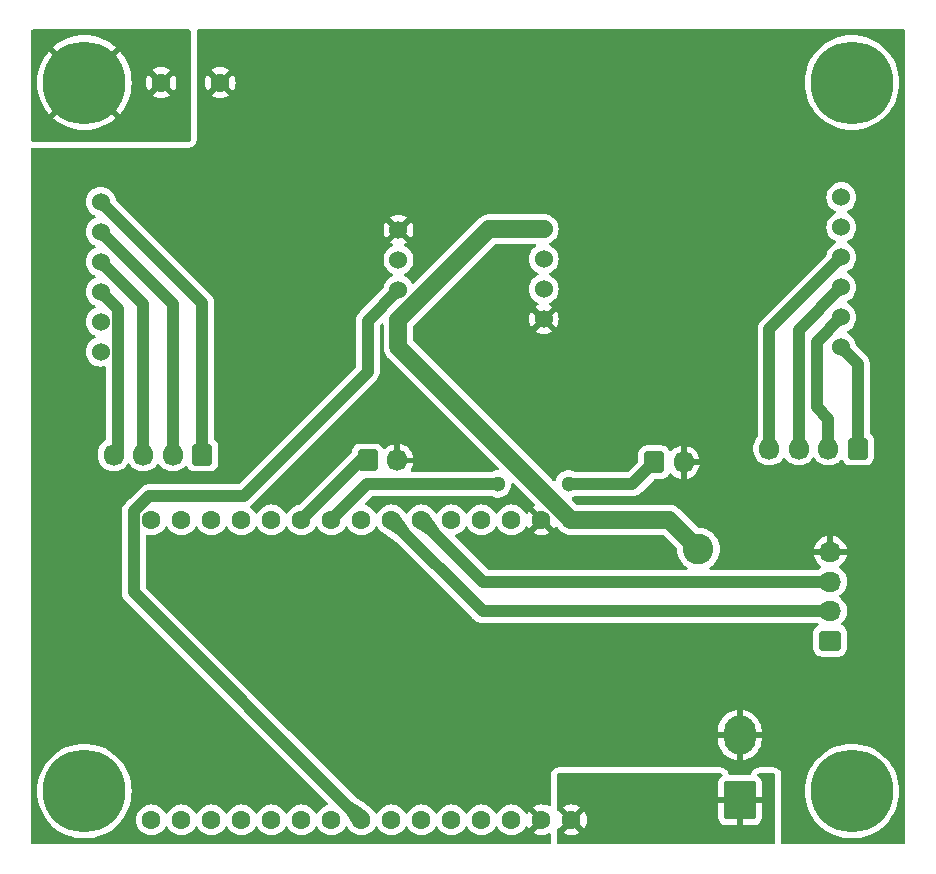
<source format=gbr>
%TF.GenerationSoftware,KiCad,Pcbnew,8.0.8*%
%TF.CreationDate,2025-06-20T17:38:55+09:00*%
%TF.ProjectId,4thfloor_pole,34746866-6c6f-46f7-925f-706f6c652e6b,rev?*%
%TF.SameCoordinates,Original*%
%TF.FileFunction,Copper,L1,Top*%
%TF.FilePolarity,Positive*%
%FSLAX46Y46*%
G04 Gerber Fmt 4.6, Leading zero omitted, Abs format (unit mm)*
G04 Created by KiCad (PCBNEW 8.0.8) date 2025-06-20 17:38:55*
%MOMM*%
%LPD*%
G01*
G04 APERTURE LIST*
G04 Aperture macros list*
%AMRoundRect*
0 Rectangle with rounded corners*
0 $1 Rounding radius*
0 $2 $3 $4 $5 $6 $7 $8 $9 X,Y pos of 4 corners*
0 Add a 4 corners polygon primitive as box body*
4,1,4,$2,$3,$4,$5,$6,$7,$8,$9,$2,$3,0*
0 Add four circle primitives for the rounded corners*
1,1,$1+$1,$2,$3*
1,1,$1+$1,$4,$5*
1,1,$1+$1,$6,$7*
1,1,$1+$1,$8,$9*
0 Add four rect primitives between the rounded corners*
20,1,$1+$1,$2,$3,$4,$5,0*
20,1,$1+$1,$4,$5,$6,$7,0*
20,1,$1+$1,$6,$7,$8,$9,0*
20,1,$1+$1,$8,$9,$2,$3,0*%
G04 Aperture macros list end*
%TA.AperFunction,ComponentPad*%
%ADD10O,1.700000X1.850000*%
%TD*%
%TA.AperFunction,ComponentPad*%
%ADD11RoundRect,0.250000X-0.600000X-0.675000X0.600000X-0.675000X0.600000X0.675000X-0.600000X0.675000X0*%
%TD*%
%TA.AperFunction,ComponentPad*%
%ADD12RoundRect,0.250001X1.099999X1.399999X-1.099999X1.399999X-1.099999X-1.399999X1.099999X-1.399999X0*%
%TD*%
%TA.AperFunction,ComponentPad*%
%ADD13O,2.700000X3.300000*%
%TD*%
%TA.AperFunction,ComponentPad*%
%ADD14C,7.000000*%
%TD*%
%TA.AperFunction,ComponentPad*%
%ADD15C,1.524000*%
%TD*%
%TA.AperFunction,ComponentPad*%
%ADD16RoundRect,0.250000X0.600000X0.675000X-0.600000X0.675000X-0.600000X-0.675000X0.600000X-0.675000X0*%
%TD*%
%TA.AperFunction,ComponentPad*%
%ADD17RoundRect,0.250000X0.675000X-0.600000X0.675000X0.600000X-0.675000X0.600000X-0.675000X-0.600000X0*%
%TD*%
%TA.AperFunction,ComponentPad*%
%ADD18O,1.850000X1.700000*%
%TD*%
%TA.AperFunction,ComponentPad*%
%ADD19C,1.600000*%
%TD*%
%TA.AperFunction,ViaPad*%
%ADD20C,1.300000*%
%TD*%
%TA.AperFunction,ViaPad*%
%ADD21C,2.600000*%
%TD*%
%TA.AperFunction,Conductor*%
%ADD22C,1.000000*%
%TD*%
%TA.AperFunction,Conductor*%
%ADD23C,1.500000*%
%TD*%
G04 APERTURE END LIST*
D10*
%TO.P,J6,2,Pin_2*%
%TO.N,GND*%
X244750000Y-92150000D03*
D11*
%TO.P,J6,1,Pin_1*%
%TO.N,/LED_RIGHT*%
X242250000Y-92150000D03*
%TD*%
D12*
%TO.P,J5,1,Pin_1*%
%TO.N,+5V*%
X249500000Y-120750000D03*
D13*
%TO.P,J5,2,Pin_2*%
%TO.N,GND*%
X249500000Y-115250000D03*
%TD*%
D14*
%TO.P,H4,1*%
%TO.N,N/C*%
X259000000Y-120000000D03*
%TD*%
%TO.P,H3,1*%
%TO.N,N/C*%
X194000000Y-120000000D03*
%TD*%
%TO.P,H2,1*%
%TO.N,N/C*%
X259000000Y-60000000D03*
%TD*%
D15*
%TO.P,U2,1,GND*%
%TO.N,GND*%
X232900000Y-80025000D03*
%TO.P,U2,2,DT*%
%TO.N,/DT_RIGHT*%
X232900000Y-77485000D03*
%TO.P,U2,3,SCK*%
%TO.N,/CLK_RIGHT*%
X232900000Y-74945000D03*
%TO.P,U2,4,Vcc*%
%TO.N,+3V3*%
X232900000Y-72405000D03*
%TO.P,U2,5,E+*%
%TO.N,/E+_RIGHT*%
X258100000Y-82405000D03*
%TO.P,U2,6,E-*%
%TO.N,/E-_RIGHT*%
X258100000Y-79865000D03*
%TO.P,U2,7,A-*%
%TO.N,/A-_RIGHT*%
X258100000Y-77325000D03*
%TO.P,U2,8,A+*%
%TO.N,/A+_RIGHT*%
X258100000Y-74785000D03*
%TO.P,U2,9,B-*%
%TO.N,unconnected-(U2-B--Pad9)*%
X258100000Y-72245000D03*
%TO.P,U2,10,B+*%
%TO.N,unconnected-(U2-B+-Pad10)*%
X258100000Y-69705000D03*
%TD*%
%TO.P,U1,1,GND*%
%TO.N,GND*%
X220600000Y-72475000D03*
%TO.P,U1,2,DT*%
%TO.N,/DT_LEFT*%
X220600000Y-75015000D03*
%TO.P,U1,3,SCK*%
%TO.N,/CLK_LEFT*%
X220600000Y-77555000D03*
%TO.P,U1,4,Vcc*%
%TO.N,+3V3*%
X220600000Y-80095000D03*
%TO.P,U1,5,E+*%
%TO.N,/E+_LEFT*%
X195400000Y-70095000D03*
%TO.P,U1,6,E-*%
%TO.N,/E-_LEFT*%
X195400000Y-72635000D03*
%TO.P,U1,7,A-*%
%TO.N,/A-_LEFT*%
X195400000Y-75175000D03*
%TO.P,U1,8,A+*%
%TO.N,/A+_LEFT*%
X195400000Y-77715000D03*
%TO.P,U1,9,B-*%
%TO.N,unconnected-(U1-B--Pad9)*%
X195400000Y-80255000D03*
%TO.P,U1,10,B+*%
%TO.N,unconnected-(U1-B+-Pad10)*%
X195400000Y-82795000D03*
%TD*%
D10*
%TO.P,J4,2,Pin_2*%
%TO.N,GND*%
X220500000Y-92000000D03*
D11*
%TO.P,J4,1,Pin_1*%
%TO.N,/LED_LEFT*%
X218000000Y-92000000D03*
%TD*%
D16*
%TO.P,J3,1,Pin_1*%
%TO.N,/E+_RIGHT*%
X259500000Y-91000000D03*
D10*
%TO.P,J3,2,Pin_2*%
%TO.N,/E-_RIGHT*%
X257000000Y-91000000D03*
%TO.P,J3,3,Pin_3*%
%TO.N,/A-_RIGHT*%
X254500000Y-91000000D03*
%TO.P,J3,4,Pin_4*%
%TO.N,/A+_RIGHT*%
X252000000Y-91000000D03*
%TD*%
%TO.P,J2,4,Pin_4*%
%TO.N,/A+_LEFT*%
X196500000Y-91500000D03*
%TO.P,J2,3,Pin_3*%
%TO.N,/A-_LEFT*%
X199000000Y-91500000D03*
%TO.P,J2,2,Pin_2*%
%TO.N,/E-_LEFT*%
X201500000Y-91500000D03*
D16*
%TO.P,J2,1,Pin_1*%
%TO.N,/E+_LEFT*%
X204000000Y-91500000D03*
%TD*%
D17*
%TO.P,J1,1,Pin_1*%
%TO.N,+3V3*%
X257150000Y-107250000D03*
D18*
%TO.P,J1,2,Pin_2*%
%TO.N,/DISPLAY_RX*%
X257150000Y-104750000D03*
%TO.P,J1,3,Pin_3*%
%TO.N,/DISPLAY_TX*%
X257150000Y-102250000D03*
%TO.P,J1,4,Pin_4*%
%TO.N,GND*%
X257150000Y-99750000D03*
%TD*%
D14*
%TO.P,H1,1,1*%
%TO.N,Net-(C1-Pad1)*%
X194000000Y-60000000D03*
%TD*%
D19*
%TO.P,C1,1*%
%TO.N,Net-(C1-Pad1)*%
X200500000Y-60000000D03*
%TO.P,C1,2*%
%TO.N,GND*%
X205500000Y-60000000D03*
%TD*%
%TO.P,MOD1,1,GND*%
%TO.N,GND*%
X232706806Y-122432022D03*
X232706806Y-97032022D03*
%TO.P,MOD1,2,3V3*%
%TO.N,+3V3*%
X235246806Y-97032022D03*
%TO.P,MOD1,3,EN*%
%TO.N,unconnected-(MOD1-EN-Pad3)*%
X199686806Y-122432022D03*
%TO.P,MOD1,4,SENSOR_VP*%
%TO.N,unconnected-(MOD1-SENSOR_VP-Pad4)*%
X202226806Y-122432022D03*
%TO.P,MOD1,5,SENSOR_VN*%
%TO.N,unconnected-(MOD1-SENSOR_VN-Pad5)*%
X204766806Y-122432022D03*
%TO.P,MOD1,6,IO34*%
%TO.N,/DT_LEFT*%
X207306806Y-122432022D03*
%TO.P,MOD1,7,IO35*%
%TO.N,/DT_RIGHT*%
X209846806Y-122432022D03*
%TO.P,MOD1,8,IO32*%
%TO.N,unconnected-(MOD1-IO32-Pad8)*%
X212386806Y-122432022D03*
%TO.P,MOD1,9,IO33*%
%TO.N,unconnected-(MOD1-IO33-Pad9)*%
X214926806Y-122432022D03*
%TO.P,MOD1,10,IO25*%
%TO.N,/CLK_LEFT*%
X217466806Y-122432022D03*
%TO.P,MOD1,11,IO26*%
%TO.N,/CLK_RIGHT*%
X220006806Y-122432022D03*
%TO.P,MOD1,12,IO27*%
%TO.N,unconnected-(MOD1-IO27-Pad12)*%
X222546806Y-122432022D03*
%TO.P,MOD1,13,IO14*%
%TO.N,unconnected-(MOD1-IO14-Pad13)*%
X225086806Y-122432022D03*
%TO.P,MOD1,14,IO12*%
%TO.N,unconnected-(MOD1-IO12-Pad14)*%
X227626806Y-122432022D03*
%TO.P,MOD1,15,VIN*%
%TO.N,+5V*%
X235246806Y-122432022D03*
%TO.P,MOD1,16,IO13*%
%TO.N,unconnected-(MOD1-IO13-Pad16)*%
X230166806Y-122432022D03*
%TO.P,MOD1,23,IO15*%
%TO.N,unconnected-(MOD1-IO15-Pad23)*%
X230166806Y-97032022D03*
%TO.P,MOD1,24,IO2*%
%TO.N,unconnected-(MOD1-IO2-Pad24)*%
X227626806Y-97032022D03*
%TO.P,MOD1,26,IO4*%
%TO.N,unconnected-(MOD1-IO4-Pad26)*%
X225086806Y-97032022D03*
%TO.P,MOD1,27,IO16*%
%TO.N,/DISPLAY_TX*%
X222546806Y-97032022D03*
%TO.P,MOD1,28,IO17*%
%TO.N,/DISPLAY_RX*%
X220006806Y-97032022D03*
%TO.P,MOD1,29,IO5*%
%TO.N,unconnected-(MOD1-IO5-Pad29)*%
X217466806Y-97032022D03*
%TO.P,MOD1,30,IO18*%
%TO.N,/LED_RIGHT*%
X214926806Y-97032022D03*
%TO.P,MOD1,31,IO19*%
%TO.N,/LED_LEFT*%
X212386806Y-97032022D03*
%TO.P,MOD1,33,IO21*%
%TO.N,unconnected-(MOD1-IO21-Pad33)*%
X209846806Y-97032022D03*
%TO.P,MOD1,34,RXD0*%
%TO.N,unconnected-(MOD1-RXD0-Pad34)*%
X207306806Y-97032022D03*
%TO.P,MOD1,35,TXD0*%
%TO.N,unconnected-(MOD1-TXD0-Pad35)*%
X204766806Y-97032022D03*
%TO.P,MOD1,36,IO22*%
%TO.N,unconnected-(MOD1-IO22-Pad36)*%
X202226806Y-97032022D03*
%TO.P,MOD1,37,IO23*%
%TO.N,unconnected-(MOD1-IO23-Pad37)*%
X199686806Y-97032022D03*
%TD*%
D20*
%TO.N,/LED_RIGHT*%
X235000000Y-94000000D03*
X229000000Y-94000000D03*
D21*
%TO.N,+3V3*%
X246000000Y-99500000D03*
D20*
%TO.N,GND*%
X214000000Y-80000000D03*
X211000000Y-80000000D03*
X208000000Y-80000000D03*
X214000000Y-77500000D03*
X211000000Y-77500000D03*
X208000000Y-77500000D03*
X248500000Y-80000000D03*
X244500000Y-80000000D03*
X240500000Y-80000000D03*
X248500000Y-76500000D03*
X244500000Y-76500000D03*
X240500000Y-76500000D03*
X214500000Y-110500000D03*
X214500000Y-107500000D03*
X211000000Y-107500000D03*
X214500000Y-104500000D03*
X211000000Y-104500000D03*
X207500000Y-104500000D03*
X248500000Y-73500000D03*
X244500000Y-73500000D03*
X240500000Y-73500000D03*
X214000000Y-75000000D03*
X211000000Y-75000000D03*
X208000000Y-75000000D03*
%TD*%
D22*
%TO.N,/LED_RIGHT*%
X235000000Y-94000000D02*
X240400000Y-94000000D01*
X240400000Y-94000000D02*
X242250000Y-92150000D01*
X217958828Y-94000000D02*
X229000000Y-94000000D01*
X214926806Y-97032022D02*
X217958828Y-94000000D01*
%TO.N,/E+_RIGHT*%
X259500000Y-83805000D02*
X259500000Y-91000000D01*
X258100000Y-82405000D02*
X259500000Y-83805000D01*
%TO.N,/E-_RIGHT*%
X256000000Y-87500000D02*
X257000000Y-88500000D01*
X257000000Y-88500000D02*
X257000000Y-91000000D01*
X256000000Y-81965000D02*
X256000000Y-87500000D01*
X258100000Y-79865000D02*
X256000000Y-81965000D01*
%TO.N,/A-_RIGHT*%
X254500000Y-80925000D02*
X254500000Y-91000000D01*
X258100000Y-77325000D02*
X254500000Y-80925000D01*
%TO.N,/A+_RIGHT*%
X252000000Y-80885000D02*
X252000000Y-91000000D01*
X258100000Y-74785000D02*
X252000000Y-80885000D01*
%TO.N,/LED_LEFT*%
X217418828Y-92000000D02*
X218000000Y-92000000D01*
X212386806Y-97032022D02*
X217418828Y-92000000D01*
D23*
%TO.N,+3V3*%
X243532022Y-97032022D02*
X246000000Y-99500000D01*
X235246806Y-97032022D02*
X243532022Y-97032022D01*
D22*
%TO.N,/DISPLAY_RX*%
X227724784Y-104750000D02*
X257150000Y-104750000D01*
X220006806Y-97032022D02*
X227724784Y-104750000D01*
%TO.N,/DISPLAY_TX*%
X222546806Y-97032022D02*
X227764784Y-102250000D01*
X227764784Y-102250000D02*
X257150000Y-102250000D01*
%TO.N,/CLK_LEFT*%
X218000000Y-80155000D02*
X220600000Y-77555000D01*
X218000000Y-84500000D02*
X218000000Y-80155000D01*
X207500000Y-95000000D02*
X218000000Y-84500000D01*
X199500000Y-95000000D02*
X207500000Y-95000000D01*
X198186806Y-96313194D02*
X199500000Y-95000000D01*
X198186806Y-103152022D02*
X198186806Y-96313194D01*
X217466806Y-122432022D02*
X198186806Y-103152022D01*
%TO.N,/A+_LEFT*%
X196862000Y-91138000D02*
X196500000Y-91500000D01*
X196862000Y-79177000D02*
X196862000Y-91138000D01*
X195400000Y-77715000D02*
X196862000Y-79177000D01*
%TO.N,/A-_LEFT*%
X199000000Y-78775000D02*
X199000000Y-91500000D01*
X195400000Y-75175000D02*
X199000000Y-78775000D01*
%TO.N,/E-_LEFT*%
X201500000Y-78735000D02*
X201500000Y-91500000D01*
X195400000Y-72635000D02*
X201500000Y-78735000D01*
%TO.N,/E+_LEFT*%
X204000000Y-78695000D02*
X204000000Y-91500000D01*
X195400000Y-70095000D02*
X204000000Y-78695000D01*
D23*
%TO.N,+3V3*%
X232900000Y-72405000D02*
X228290000Y-72405000D01*
X228290000Y-72405000D02*
X220600000Y-80095000D01*
X220600000Y-82385216D02*
X235246806Y-97032022D01*
X220600000Y-80095000D02*
X220600000Y-82385216D01*
%TD*%
%TA.AperFunction,Conductor*%
%TO.N,GND*%
G36*
X263442539Y-55520185D02*
G01*
X263488294Y-55572989D01*
X263499500Y-55624500D01*
X263499500Y-124375500D01*
X263479815Y-124442539D01*
X263427011Y-124488294D01*
X263375500Y-124499500D01*
X253129500Y-124499500D01*
X253062461Y-124479815D01*
X253016706Y-124427011D01*
X253005500Y-124375500D01*
X253005500Y-120000000D01*
X254994675Y-120000000D01*
X255013962Y-120392591D01*
X255013962Y-120392597D01*
X255013963Y-120392599D01*
X255071637Y-120781406D01*
X255167143Y-121162684D01*
X255299561Y-121532770D01*
X255299562Y-121532772D01*
X255467620Y-121888100D01*
X255646424Y-122186416D01*
X255669694Y-122225239D01*
X255823055Y-122432023D01*
X255903846Y-122540956D01*
X256167807Y-122832192D01*
X256446471Y-123084758D01*
X256459049Y-123096158D01*
X256774761Y-123330306D01*
X256774763Y-123330307D01*
X257111899Y-123532379D01*
X257111902Y-123532380D01*
X257111903Y-123532381D01*
X257467228Y-123700438D01*
X257837316Y-123832857D01*
X258218600Y-123928364D01*
X258607409Y-123986038D01*
X259000000Y-124005325D01*
X259392591Y-123986038D01*
X259781400Y-123928364D01*
X260162684Y-123832857D01*
X260532772Y-123700438D01*
X260888097Y-123532381D01*
X261225239Y-123330306D01*
X261540951Y-123096158D01*
X261832192Y-122832192D01*
X262096158Y-122540951D01*
X262330306Y-122225239D01*
X262532381Y-121888097D01*
X262700438Y-121532772D01*
X262832857Y-121162684D01*
X262928364Y-120781400D01*
X262986038Y-120392591D01*
X263005325Y-120000000D01*
X262986038Y-119607409D01*
X262928364Y-119218600D01*
X262832857Y-118837316D01*
X262700438Y-118467228D01*
X262532381Y-118111903D01*
X262516596Y-118085568D01*
X262330307Y-117774763D01*
X262330306Y-117774761D01*
X262096158Y-117459049D01*
X262096153Y-117459043D01*
X261832192Y-117167807D01*
X261540956Y-116903846D01*
X261363728Y-116772405D01*
X261225239Y-116669694D01*
X261075609Y-116580009D01*
X260888100Y-116467620D01*
X260532772Y-116299562D01*
X260532770Y-116299561D01*
X260162684Y-116167143D01*
X259781406Y-116071637D01*
X259781401Y-116071636D01*
X259781400Y-116071636D01*
X259637256Y-116050254D01*
X259392599Y-116013963D01*
X259392597Y-116013962D01*
X259392591Y-116013962D01*
X259000000Y-115994675D01*
X258607409Y-116013962D01*
X258607403Y-116013962D01*
X258607400Y-116013963D01*
X258218593Y-116071637D01*
X257837315Y-116167143D01*
X257467229Y-116299561D01*
X257467227Y-116299562D01*
X257111899Y-116467620D01*
X256774763Y-116669692D01*
X256459043Y-116903846D01*
X256167807Y-117167807D01*
X255903846Y-117459043D01*
X255669692Y-117774763D01*
X255467620Y-118111899D01*
X255299562Y-118467227D01*
X255299561Y-118467229D01*
X255167143Y-118837315D01*
X255071637Y-119218593D01*
X255071636Y-119218600D01*
X255013962Y-119607409D01*
X254994675Y-120000000D01*
X253005500Y-120000000D01*
X253005500Y-118624010D01*
X253005500Y-118624000D01*
X252993947Y-118516544D01*
X252982741Y-118465033D01*
X252982637Y-118464722D01*
X252948616Y-118362502D01*
X252948613Y-118362496D01*
X252948610Y-118362492D01*
X252870825Y-118241457D01*
X252870820Y-118241451D01*
X252825076Y-118188659D01*
X252825072Y-118188656D01*
X252825070Y-118188653D01*
X252716336Y-118094433D01*
X252716333Y-118094431D01*
X252716331Y-118094430D01*
X252585465Y-118034664D01*
X252585460Y-118034662D01*
X252585459Y-118034662D01*
X252518420Y-118014977D01*
X252518422Y-118014977D01*
X252518417Y-118014976D01*
X252456347Y-118006052D01*
X252376000Y-117994500D01*
X251087811Y-117994500D01*
X251087804Y-117994500D01*
X251011241Y-118000332D01*
X250974112Y-118006022D01*
X250974109Y-118006023D01*
X250899307Y-118023386D01*
X250769569Y-118085564D01*
X250769565Y-118085566D01*
X250769562Y-118085568D01*
X250711493Y-118124424D01*
X250711490Y-118124426D01*
X250711487Y-118124428D01*
X250711485Y-118124430D01*
X250604516Y-118220644D01*
X250528982Y-118343105D01*
X250528978Y-118343112D01*
X250501143Y-118407175D01*
X250501140Y-118407182D01*
X250473492Y-118508227D01*
X250436812Y-118567694D01*
X250373804Y-118597890D01*
X250353889Y-118599500D01*
X248646789Y-118599500D01*
X248579750Y-118579815D01*
X248533995Y-118527011D01*
X248526598Y-118504790D01*
X248526585Y-118504794D01*
X248526473Y-118504413D01*
X248525622Y-118501856D01*
X248525335Y-118500538D01*
X248521841Y-118488639D01*
X248484802Y-118362496D01*
X248407014Y-118241457D01*
X248407009Y-118241451D01*
X248361265Y-118188659D01*
X248361261Y-118188656D01*
X248361259Y-118188653D01*
X248252525Y-118094433D01*
X248252522Y-118094431D01*
X248252520Y-118094430D01*
X248121654Y-118034664D01*
X248121649Y-118034662D01*
X248121648Y-118034662D01*
X248054609Y-118014977D01*
X248054611Y-118014977D01*
X248054606Y-118014976D01*
X247992536Y-118006052D01*
X247912189Y-117994500D01*
X234124000Y-117994500D01*
X234123991Y-117994500D01*
X234123990Y-117994501D01*
X234016549Y-118006052D01*
X234016537Y-118006054D01*
X233965027Y-118017260D01*
X233862502Y-118051383D01*
X233862496Y-118051386D01*
X233741462Y-118129171D01*
X233741451Y-118129179D01*
X233688659Y-118174923D01*
X233594433Y-118283664D01*
X233594430Y-118283668D01*
X233534664Y-118414534D01*
X233514976Y-118481582D01*
X233509949Y-118516549D01*
X233494502Y-118623990D01*
X233494500Y-118624001D01*
X233494500Y-121170297D01*
X233474815Y-121237336D01*
X233422011Y-121283091D01*
X233352853Y-121293035D01*
X233318095Y-121282679D01*
X233153132Y-121205756D01*
X233153123Y-121205752D01*
X232933416Y-121146882D01*
X232933405Y-121146880D01*
X232706808Y-121127056D01*
X232706804Y-121127056D01*
X232480206Y-121146880D01*
X232480195Y-121146882D01*
X232260488Y-121205752D01*
X232260479Y-121205756D01*
X232054322Y-121301888D01*
X232054318Y-121301890D01*
X231981332Y-121352995D01*
X231981332Y-121352996D01*
X232660359Y-122032022D01*
X232654145Y-122032022D01*
X232552412Y-122059281D01*
X232461200Y-122111942D01*
X232386726Y-122186416D01*
X232334065Y-122277628D01*
X232306806Y-122379361D01*
X232306806Y-122385574D01*
X231627780Y-121706548D01*
X231627779Y-121706548D01*
X231576674Y-121779534D01*
X231576674Y-121779535D01*
X231549463Y-121837889D01*
X231503290Y-121890328D01*
X231436096Y-121909479D01*
X231369215Y-121889263D01*
X231324699Y-121837887D01*
X231297488Y-121779534D01*
X231297374Y-121779288D01*
X231166853Y-121592883D01*
X231166851Y-121592880D01*
X231005947Y-121431976D01*
X230819540Y-121301454D01*
X230819538Y-121301453D01*
X230613303Y-121205283D01*
X230613294Y-121205280D01*
X230393503Y-121146388D01*
X230393499Y-121146387D01*
X230393498Y-121146387D01*
X230393497Y-121146386D01*
X230393492Y-121146386D01*
X230166808Y-121126554D01*
X230166804Y-121126554D01*
X229940119Y-121146386D01*
X229940108Y-121146388D01*
X229720317Y-121205280D01*
X229720308Y-121205283D01*
X229514073Y-121301453D01*
X229514071Y-121301454D01*
X229327664Y-121431976D01*
X229166760Y-121592880D01*
X229036238Y-121779287D01*
X229036237Y-121779289D01*
X229009188Y-121837297D01*
X228963015Y-121889736D01*
X228895822Y-121908888D01*
X228828941Y-121888672D01*
X228784424Y-121837297D01*
X228757489Y-121779535D01*
X228757374Y-121779288D01*
X228626853Y-121592883D01*
X228626851Y-121592880D01*
X228465947Y-121431976D01*
X228279540Y-121301454D01*
X228279538Y-121301453D01*
X228073303Y-121205283D01*
X228073294Y-121205280D01*
X227853503Y-121146388D01*
X227853499Y-121146387D01*
X227853498Y-121146387D01*
X227853497Y-121146386D01*
X227853492Y-121146386D01*
X227626808Y-121126554D01*
X227626804Y-121126554D01*
X227400119Y-121146386D01*
X227400108Y-121146388D01*
X227180317Y-121205280D01*
X227180308Y-121205283D01*
X226974073Y-121301453D01*
X226974071Y-121301454D01*
X226787664Y-121431976D01*
X226626760Y-121592880D01*
X226496238Y-121779287D01*
X226496237Y-121779289D01*
X226469188Y-121837297D01*
X226423015Y-121889736D01*
X226355822Y-121908888D01*
X226288941Y-121888672D01*
X226244424Y-121837297D01*
X226217489Y-121779535D01*
X226217374Y-121779288D01*
X226086853Y-121592883D01*
X226086851Y-121592880D01*
X225925947Y-121431976D01*
X225739540Y-121301454D01*
X225739538Y-121301453D01*
X225533303Y-121205283D01*
X225533294Y-121205280D01*
X225313503Y-121146388D01*
X225313499Y-121146387D01*
X225313498Y-121146387D01*
X225313497Y-121146386D01*
X225313492Y-121146386D01*
X225086808Y-121126554D01*
X225086804Y-121126554D01*
X224860119Y-121146386D01*
X224860108Y-121146388D01*
X224640317Y-121205280D01*
X224640308Y-121205283D01*
X224434073Y-121301453D01*
X224434071Y-121301454D01*
X224247664Y-121431976D01*
X224086760Y-121592880D01*
X223956238Y-121779287D01*
X223956237Y-121779289D01*
X223929188Y-121837297D01*
X223883015Y-121889736D01*
X223815822Y-121908888D01*
X223748941Y-121888672D01*
X223704424Y-121837297D01*
X223677489Y-121779535D01*
X223677374Y-121779288D01*
X223546853Y-121592883D01*
X223546851Y-121592880D01*
X223385947Y-121431976D01*
X223199540Y-121301454D01*
X223199538Y-121301453D01*
X222993303Y-121205283D01*
X222993294Y-121205280D01*
X222773503Y-121146388D01*
X222773499Y-121146387D01*
X222773498Y-121146387D01*
X222773497Y-121146386D01*
X222773492Y-121146386D01*
X222546808Y-121126554D01*
X222546804Y-121126554D01*
X222320119Y-121146386D01*
X222320108Y-121146388D01*
X222100317Y-121205280D01*
X222100308Y-121205283D01*
X221894073Y-121301453D01*
X221894071Y-121301454D01*
X221707664Y-121431976D01*
X221546760Y-121592880D01*
X221416238Y-121779287D01*
X221416237Y-121779289D01*
X221389188Y-121837297D01*
X221343015Y-121889736D01*
X221275822Y-121908888D01*
X221208941Y-121888672D01*
X221164424Y-121837297D01*
X221137489Y-121779535D01*
X221137374Y-121779288D01*
X221006853Y-121592883D01*
X221006851Y-121592880D01*
X220845947Y-121431976D01*
X220659540Y-121301454D01*
X220659538Y-121301453D01*
X220453303Y-121205283D01*
X220453294Y-121205280D01*
X220233503Y-121146388D01*
X220233499Y-121146387D01*
X220233498Y-121146387D01*
X220233497Y-121146386D01*
X220233492Y-121146386D01*
X220006808Y-121126554D01*
X220006804Y-121126554D01*
X219780119Y-121146386D01*
X219780108Y-121146388D01*
X219560317Y-121205280D01*
X219560308Y-121205283D01*
X219354073Y-121301453D01*
X219354071Y-121301454D01*
X219167664Y-121431976D01*
X219006760Y-121592880D01*
X218876238Y-121779287D01*
X218876237Y-121779289D01*
X218849188Y-121837297D01*
X218803015Y-121889736D01*
X218735822Y-121908888D01*
X218668941Y-121888672D01*
X218624424Y-121837297D01*
X218597489Y-121779535D01*
X218597374Y-121779288D01*
X218466853Y-121592883D01*
X218466851Y-121592880D01*
X218305947Y-121431976D01*
X218119541Y-121301454D01*
X218119534Y-121301450D01*
X218073947Y-121280192D01*
X218056332Y-121270149D01*
X217589698Y-120950873D01*
X217589691Y-120950869D01*
X217000333Y-120547625D01*
X216982673Y-120532968D01*
X211278456Y-114828751D01*
X247650000Y-114828751D01*
X247650000Y-115000000D01*
X248845879Y-115000000D01*
X248826901Y-115045818D01*
X248800000Y-115181056D01*
X248800000Y-115318944D01*
X248826901Y-115454182D01*
X248845879Y-115500000D01*
X247650000Y-115500000D01*
X247650000Y-115671248D01*
X247650001Y-115671264D01*
X247681653Y-115911687D01*
X247744421Y-116145939D01*
X247837220Y-116369978D01*
X247837227Y-116369993D01*
X247958480Y-116580009D01*
X248106110Y-116772405D01*
X248106116Y-116772412D01*
X248277587Y-116943883D01*
X248277594Y-116943889D01*
X248469990Y-117091519D01*
X248680006Y-117212772D01*
X248680021Y-117212779D01*
X248904060Y-117305578D01*
X249138312Y-117368346D01*
X249250000Y-117383049D01*
X249250000Y-115904120D01*
X249295818Y-115923099D01*
X249431056Y-115950000D01*
X249568944Y-115950000D01*
X249704182Y-115923099D01*
X249750000Y-115904120D01*
X249750000Y-117383048D01*
X249861687Y-117368346D01*
X250095939Y-117305578D01*
X250319978Y-117212779D01*
X250319993Y-117212772D01*
X250530009Y-117091519D01*
X250722405Y-116943889D01*
X250722412Y-116943883D01*
X250893883Y-116772412D01*
X250893889Y-116772405D01*
X251041519Y-116580009D01*
X251162772Y-116369993D01*
X251162779Y-116369978D01*
X251255578Y-116145939D01*
X251318346Y-115911687D01*
X251349998Y-115671264D01*
X251350000Y-115671248D01*
X251350000Y-115500000D01*
X250154121Y-115500000D01*
X250173099Y-115454182D01*
X250200000Y-115318944D01*
X250200000Y-115181056D01*
X250173099Y-115045818D01*
X250154121Y-115000000D01*
X251350000Y-115000000D01*
X251350000Y-114828751D01*
X251349998Y-114828735D01*
X251318346Y-114588312D01*
X251255578Y-114354060D01*
X251162779Y-114130021D01*
X251162772Y-114130006D01*
X251041519Y-113919990D01*
X250893889Y-113727594D01*
X250893883Y-113727587D01*
X250722412Y-113556116D01*
X250722405Y-113556110D01*
X250530009Y-113408480D01*
X250319993Y-113287227D01*
X250319978Y-113287220D01*
X250095939Y-113194421D01*
X249861687Y-113131653D01*
X249750000Y-113116948D01*
X249750000Y-114595879D01*
X249704182Y-114576901D01*
X249568944Y-114550000D01*
X249431056Y-114550000D01*
X249295818Y-114576901D01*
X249250000Y-114595879D01*
X249250000Y-113116948D01*
X249249999Y-113116948D01*
X249138312Y-113131653D01*
X248904060Y-113194421D01*
X248680021Y-113287220D01*
X248680006Y-113287227D01*
X248469990Y-113408480D01*
X248277594Y-113556110D01*
X248277587Y-113556116D01*
X248106116Y-113727587D01*
X248106110Y-113727594D01*
X247958480Y-113919990D01*
X247837227Y-114130006D01*
X247837220Y-114130021D01*
X247744421Y-114354060D01*
X247681653Y-114588312D01*
X247650001Y-114828735D01*
X247650000Y-114828751D01*
X211278456Y-114828751D01*
X199223625Y-102773920D01*
X199190140Y-102712597D01*
X199187306Y-102686239D01*
X199187306Y-98406158D01*
X199206991Y-98339119D01*
X199259795Y-98293364D01*
X199328953Y-98283420D01*
X199343388Y-98286380D01*
X199460114Y-98317657D01*
X199622036Y-98331823D01*
X199686804Y-98337490D01*
X199686806Y-98337490D01*
X199686808Y-98337490D01*
X199743479Y-98332531D01*
X199913498Y-98317657D01*
X200133302Y-98258761D01*
X200339540Y-98162590D01*
X200525945Y-98032069D01*
X200686853Y-97871161D01*
X200817374Y-97684756D01*
X200844424Y-97626746D01*
X200890596Y-97574307D01*
X200957789Y-97555155D01*
X201024671Y-97575370D01*
X201069188Y-97626747D01*
X201096235Y-97684750D01*
X201096238Y-97684756D01*
X201226760Y-97871163D01*
X201387664Y-98032067D01*
X201387667Y-98032069D01*
X201574072Y-98162590D01*
X201780310Y-98258761D01*
X202000114Y-98317657D01*
X202162036Y-98331823D01*
X202226804Y-98337490D01*
X202226806Y-98337490D01*
X202226808Y-98337490D01*
X202283479Y-98332531D01*
X202453498Y-98317657D01*
X202673302Y-98258761D01*
X202879540Y-98162590D01*
X203065945Y-98032069D01*
X203226853Y-97871161D01*
X203357374Y-97684756D01*
X203384424Y-97626746D01*
X203430596Y-97574307D01*
X203497789Y-97555155D01*
X203564671Y-97575370D01*
X203609188Y-97626747D01*
X203636235Y-97684750D01*
X203636238Y-97684756D01*
X203766760Y-97871163D01*
X203927664Y-98032067D01*
X203927667Y-98032069D01*
X204114072Y-98162590D01*
X204320310Y-98258761D01*
X204540114Y-98317657D01*
X204702036Y-98331823D01*
X204766804Y-98337490D01*
X204766806Y-98337490D01*
X204766808Y-98337490D01*
X204823479Y-98332531D01*
X204993498Y-98317657D01*
X205213302Y-98258761D01*
X205419540Y-98162590D01*
X205605945Y-98032069D01*
X205766853Y-97871161D01*
X205897374Y-97684756D01*
X205924424Y-97626746D01*
X205970596Y-97574307D01*
X206037789Y-97555155D01*
X206104671Y-97575370D01*
X206149188Y-97626747D01*
X206176235Y-97684750D01*
X206176238Y-97684756D01*
X206306760Y-97871163D01*
X206467664Y-98032067D01*
X206467667Y-98032069D01*
X206654072Y-98162590D01*
X206860310Y-98258761D01*
X207080114Y-98317657D01*
X207242036Y-98331823D01*
X207306804Y-98337490D01*
X207306806Y-98337490D01*
X207306808Y-98337490D01*
X207363479Y-98332531D01*
X207533498Y-98317657D01*
X207753302Y-98258761D01*
X207959540Y-98162590D01*
X208145945Y-98032069D01*
X208306853Y-97871161D01*
X208437374Y-97684756D01*
X208464424Y-97626746D01*
X208510596Y-97574307D01*
X208577789Y-97555155D01*
X208644671Y-97575370D01*
X208689188Y-97626747D01*
X208716235Y-97684750D01*
X208716238Y-97684756D01*
X208846760Y-97871163D01*
X209007664Y-98032067D01*
X209007667Y-98032069D01*
X209194072Y-98162590D01*
X209400310Y-98258761D01*
X209620114Y-98317657D01*
X209782036Y-98331823D01*
X209846804Y-98337490D01*
X209846806Y-98337490D01*
X209846808Y-98337490D01*
X209903479Y-98332531D01*
X210073498Y-98317657D01*
X210293302Y-98258761D01*
X210499540Y-98162590D01*
X210685945Y-98032069D01*
X210846853Y-97871161D01*
X210977374Y-97684756D01*
X211004424Y-97626746D01*
X211050596Y-97574307D01*
X211117789Y-97555155D01*
X211184671Y-97575370D01*
X211229188Y-97626747D01*
X211256235Y-97684750D01*
X211256238Y-97684756D01*
X211386760Y-97871163D01*
X211547664Y-98032067D01*
X211547667Y-98032069D01*
X211734072Y-98162590D01*
X211940310Y-98258761D01*
X212160114Y-98317657D01*
X212322036Y-98331823D01*
X212386804Y-98337490D01*
X212386806Y-98337490D01*
X212386808Y-98337490D01*
X212443479Y-98332531D01*
X212613498Y-98317657D01*
X212833302Y-98258761D01*
X213039540Y-98162590D01*
X213225945Y-98032069D01*
X213386853Y-97871161D01*
X213517374Y-97684756D01*
X213544424Y-97626746D01*
X213590596Y-97574307D01*
X213657789Y-97555155D01*
X213724671Y-97575370D01*
X213769188Y-97626747D01*
X213796235Y-97684750D01*
X213796238Y-97684756D01*
X213926760Y-97871163D01*
X214087664Y-98032067D01*
X214087667Y-98032069D01*
X214274072Y-98162590D01*
X214480310Y-98258761D01*
X214700114Y-98317657D01*
X214862036Y-98331823D01*
X214926804Y-98337490D01*
X214926806Y-98337490D01*
X214926808Y-98337490D01*
X214983479Y-98332531D01*
X215153498Y-98317657D01*
X215373302Y-98258761D01*
X215579540Y-98162590D01*
X215765945Y-98032069D01*
X215926853Y-97871161D01*
X216057374Y-97684756D01*
X216084424Y-97626746D01*
X216130596Y-97574307D01*
X216197789Y-97555155D01*
X216264671Y-97575370D01*
X216309188Y-97626747D01*
X216336235Y-97684750D01*
X216336238Y-97684756D01*
X216466760Y-97871163D01*
X216627664Y-98032067D01*
X216627667Y-98032069D01*
X216814072Y-98162590D01*
X217020310Y-98258761D01*
X217240114Y-98317657D01*
X217402036Y-98331823D01*
X217466804Y-98337490D01*
X217466806Y-98337490D01*
X217466808Y-98337490D01*
X217523479Y-98332531D01*
X217693498Y-98317657D01*
X217913302Y-98258761D01*
X218119540Y-98162590D01*
X218305945Y-98032069D01*
X218466853Y-97871161D01*
X218597374Y-97684756D01*
X218624424Y-97626746D01*
X218670596Y-97574307D01*
X218737789Y-97555155D01*
X218804671Y-97575370D01*
X218849188Y-97626747D01*
X218876235Y-97684750D01*
X218876238Y-97684756D01*
X219006760Y-97871163D01*
X219167664Y-98032067D01*
X219167667Y-98032069D01*
X219354072Y-98162590D01*
X219399675Y-98183855D01*
X219417277Y-98193891D01*
X220406219Y-98870535D01*
X220473279Y-98916418D01*
X220490939Y-98931075D01*
X226944519Y-105384655D01*
X226944548Y-105384686D01*
X227086998Y-105527136D01*
X227087002Y-105527139D01*
X227250863Y-105636628D01*
X227250876Y-105636635D01*
X227379617Y-105689961D01*
X227422528Y-105707735D01*
X227432948Y-105712051D01*
X227529596Y-105731275D01*
X227577919Y-105740887D01*
X227626242Y-105750500D01*
X227626243Y-105750500D01*
X227626244Y-105750500D01*
X227823324Y-105750500D01*
X256066489Y-105750500D01*
X256133528Y-105770185D01*
X256179283Y-105822989D01*
X256189227Y-105892147D01*
X256160202Y-105955703D01*
X256131587Y-105980037D01*
X256050745Y-106029901D01*
X256006342Y-106057289D01*
X255882289Y-106181342D01*
X255790187Y-106330663D01*
X255790186Y-106330666D01*
X255735001Y-106497203D01*
X255735001Y-106497204D01*
X255735000Y-106497204D01*
X255724500Y-106599983D01*
X255724500Y-107900001D01*
X255724501Y-107900018D01*
X255735000Y-108002796D01*
X255735001Y-108002799D01*
X255790185Y-108169331D01*
X255790186Y-108169334D01*
X255882288Y-108318656D01*
X256006344Y-108442712D01*
X256155666Y-108534814D01*
X256322203Y-108589999D01*
X256424991Y-108600500D01*
X257875008Y-108600499D01*
X257977797Y-108589999D01*
X258144334Y-108534814D01*
X258293656Y-108442712D01*
X258417712Y-108318656D01*
X258509814Y-108169334D01*
X258564999Y-108002797D01*
X258575500Y-107900009D01*
X258575499Y-106599992D01*
X258564999Y-106497203D01*
X258509814Y-106330666D01*
X258417712Y-106181344D01*
X258293656Y-106057288D01*
X258144334Y-105965186D01*
X258144333Y-105965185D01*
X258138878Y-105961821D01*
X258092154Y-105909873D01*
X258080931Y-105840910D01*
X258108775Y-105776828D01*
X258116272Y-105768623D01*
X258255104Y-105629792D01*
X258380051Y-105457816D01*
X258476557Y-105268412D01*
X258542246Y-105066243D01*
X258575500Y-104856287D01*
X258575500Y-104643713D01*
X258542246Y-104433757D01*
X258476557Y-104231588D01*
X258380051Y-104042184D01*
X258380049Y-104042181D01*
X258380048Y-104042179D01*
X258255109Y-103870213D01*
X258104792Y-103719896D01*
X257940204Y-103600316D01*
X257897540Y-103544989D01*
X257891561Y-103475376D01*
X257924166Y-103413580D01*
X257940199Y-103399686D01*
X258104792Y-103280104D01*
X258255104Y-103129792D01*
X258255106Y-103129788D01*
X258255109Y-103129786D01*
X258380048Y-102957820D01*
X258380047Y-102957820D01*
X258380051Y-102957816D01*
X258476557Y-102768412D01*
X258542246Y-102566243D01*
X258575500Y-102356287D01*
X258575500Y-102143713D01*
X258542246Y-101933757D01*
X258476557Y-101731588D01*
X258380051Y-101542184D01*
X258380049Y-101542181D01*
X258380048Y-101542179D01*
X258255109Y-101370213D01*
X258104790Y-101219894D01*
X258104785Y-101219890D01*
X257939781Y-101100008D01*
X257897115Y-101044678D01*
X257891136Y-100975065D01*
X257923741Y-100913270D01*
X257939781Y-100899371D01*
X258104466Y-100779721D01*
X258254723Y-100629464D01*
X258254727Y-100629459D01*
X258379620Y-100457557D01*
X258476095Y-100268217D01*
X258541757Y-100066129D01*
X258541757Y-100066126D01*
X258552231Y-100000000D01*
X257496410Y-100000000D01*
X257546037Y-99914044D01*
X257575000Y-99805952D01*
X257575000Y-99694048D01*
X257546037Y-99585956D01*
X257496410Y-99500000D01*
X258552231Y-99500000D01*
X258541757Y-99433873D01*
X258541757Y-99433870D01*
X258476095Y-99231782D01*
X258379620Y-99042442D01*
X258254727Y-98870540D01*
X258254723Y-98870535D01*
X258104464Y-98720276D01*
X258104459Y-98720272D01*
X257932557Y-98595379D01*
X257743217Y-98498904D01*
X257541129Y-98433242D01*
X257400000Y-98410889D01*
X257400000Y-99403590D01*
X257314044Y-99353963D01*
X257205952Y-99325000D01*
X257094048Y-99325000D01*
X256985956Y-99353963D01*
X256900000Y-99403590D01*
X256900000Y-98410889D01*
X256758870Y-98433242D01*
X256758869Y-98433242D01*
X256556782Y-98498904D01*
X256367442Y-98595379D01*
X256195540Y-98720272D01*
X256195535Y-98720276D01*
X256045276Y-98870535D01*
X256045272Y-98870540D01*
X255920379Y-99042442D01*
X255823904Y-99231782D01*
X255758242Y-99433870D01*
X255758242Y-99433873D01*
X255747769Y-99500000D01*
X256803590Y-99500000D01*
X256753963Y-99585956D01*
X256725000Y-99694048D01*
X256725000Y-99805952D01*
X256753963Y-99914044D01*
X256803590Y-100000000D01*
X255747769Y-100000000D01*
X255758242Y-100066126D01*
X255758242Y-100066129D01*
X255823904Y-100268217D01*
X255920379Y-100457557D01*
X256045272Y-100629459D01*
X256045276Y-100629464D01*
X256195535Y-100779723D01*
X256195540Y-100779727D01*
X256360218Y-100899372D01*
X256402884Y-100954701D01*
X256408863Y-101024315D01*
X256376258Y-101086110D01*
X256360218Y-101100008D01*
X256191266Y-101222759D01*
X256190635Y-101221891D01*
X256131581Y-101248359D01*
X256114800Y-101249500D01*
X247032182Y-101249500D01*
X246965143Y-101229815D01*
X246919388Y-101177011D01*
X246909444Y-101107853D01*
X246938469Y-101044297D01*
X246962325Y-101023050D01*
X247125741Y-100911635D01*
X247323561Y-100728085D01*
X247491815Y-100517102D01*
X247626743Y-100283398D01*
X247725334Y-100032195D01*
X247785383Y-99769103D01*
X247805549Y-99500000D01*
X247802964Y-99465509D01*
X247785383Y-99230898D01*
X247725335Y-98967811D01*
X247725334Y-98967805D01*
X247626743Y-98716602D01*
X247491815Y-98482898D01*
X247323561Y-98271915D01*
X247323560Y-98271914D01*
X247323557Y-98271910D01*
X247125741Y-98088365D01*
X247043167Y-98032067D01*
X246902775Y-97936349D01*
X246902771Y-97936347D01*
X246902768Y-97936345D01*
X246902767Y-97936344D01*
X246659643Y-97819263D01*
X246659645Y-97819263D01*
X246401773Y-97739720D01*
X246401767Y-97739718D01*
X246134936Y-97699500D01*
X246134929Y-97699500D01*
X246019336Y-97699500D01*
X245952297Y-97679815D01*
X245931655Y-97663181D01*
X244346670Y-96078196D01*
X244346668Y-96078194D01*
X244187427Y-95962498D01*
X244168778Y-95952996D01*
X244012052Y-95873139D01*
X243824848Y-95812312D01*
X243630444Y-95781522D01*
X243630439Y-95781522D01*
X235816142Y-95781522D01*
X235749103Y-95761837D01*
X235728461Y-95745203D01*
X235291024Y-95307766D01*
X235257539Y-95246443D01*
X235262523Y-95176751D01*
X235304395Y-95120818D01*
X235333908Y-95104460D01*
X235515019Y-95034298D01*
X235515024Y-95034294D01*
X235515028Y-95034293D01*
X235539608Y-95019074D01*
X235604886Y-95000500D01*
X240498542Y-95000500D01*
X240517870Y-94996655D01*
X240595188Y-94981275D01*
X240691836Y-94962051D01*
X240745165Y-94939961D01*
X240873914Y-94886632D01*
X241037782Y-94777139D01*
X241177139Y-94637782D01*
X241177140Y-94637779D01*
X241184206Y-94630714D01*
X241184209Y-94630710D01*
X242203101Y-93611818D01*
X242264424Y-93578333D01*
X242290782Y-93575499D01*
X242900002Y-93575499D01*
X242900008Y-93575499D01*
X243002797Y-93564999D01*
X243169334Y-93509814D01*
X243318656Y-93417712D01*
X243442712Y-93293656D01*
X243534814Y-93144334D01*
X243534814Y-93144331D01*
X243538448Y-93138441D01*
X243590395Y-93091716D01*
X243659358Y-93080493D01*
X243723440Y-93108336D01*
X243731668Y-93115856D01*
X243870535Y-93254723D01*
X243870540Y-93254727D01*
X244042442Y-93379620D01*
X244231782Y-93476095D01*
X244433871Y-93541757D01*
X244500000Y-93552231D01*
X244500000Y-92496409D01*
X244585956Y-92546037D01*
X244694048Y-92575000D01*
X244805952Y-92575000D01*
X244914044Y-92546037D01*
X245000000Y-92496409D01*
X245000000Y-93552230D01*
X245066126Y-93541757D01*
X245066129Y-93541757D01*
X245268217Y-93476095D01*
X245457557Y-93379620D01*
X245629459Y-93254727D01*
X245629464Y-93254723D01*
X245779723Y-93104464D01*
X245779727Y-93104459D01*
X245904620Y-92932557D01*
X246001095Y-92743217D01*
X246066757Y-92541127D01*
X246089110Y-92400000D01*
X245096410Y-92400000D01*
X245146037Y-92314044D01*
X245175000Y-92205952D01*
X245175000Y-92094048D01*
X245146037Y-91985956D01*
X245096410Y-91900000D01*
X246089110Y-91900000D01*
X246066757Y-91758872D01*
X246001095Y-91556782D01*
X245904620Y-91367442D01*
X245779727Y-91195540D01*
X245779723Y-91195535D01*
X245629464Y-91045276D01*
X245629459Y-91045272D01*
X245457557Y-90920379D01*
X245268215Y-90823903D01*
X245252241Y-90818713D01*
X250649500Y-90818713D01*
X250649500Y-91181287D01*
X250655226Y-91217442D01*
X250679402Y-91370083D01*
X250682754Y-91391243D01*
X250693719Y-91424991D01*
X250748444Y-91593414D01*
X250844951Y-91782820D01*
X250969890Y-91954786D01*
X251120213Y-92105109D01*
X251292179Y-92230048D01*
X251292181Y-92230049D01*
X251292184Y-92230051D01*
X251481588Y-92326557D01*
X251683757Y-92392246D01*
X251893713Y-92425500D01*
X251893714Y-92425500D01*
X252106286Y-92425500D01*
X252106287Y-92425500D01*
X252316243Y-92392246D01*
X252518412Y-92326557D01*
X252707816Y-92230051D01*
X252780132Y-92177511D01*
X252879786Y-92105109D01*
X252879788Y-92105106D01*
X252879792Y-92105104D01*
X253030104Y-91954792D01*
X253149683Y-91790204D01*
X253205011Y-91747540D01*
X253274624Y-91741561D01*
X253336420Y-91774166D01*
X253350313Y-91790199D01*
X253430088Y-91900000D01*
X253469896Y-91954792D01*
X253620213Y-92105109D01*
X253792179Y-92230048D01*
X253792181Y-92230049D01*
X253792184Y-92230051D01*
X253981588Y-92326557D01*
X254183757Y-92392246D01*
X254393713Y-92425500D01*
X254393714Y-92425500D01*
X254606286Y-92425500D01*
X254606287Y-92425500D01*
X254816243Y-92392246D01*
X255018412Y-92326557D01*
X255207816Y-92230051D01*
X255280132Y-92177511D01*
X255379786Y-92105109D01*
X255379788Y-92105106D01*
X255379792Y-92105104D01*
X255530104Y-91954792D01*
X255649683Y-91790204D01*
X255705011Y-91747540D01*
X255774624Y-91741561D01*
X255836420Y-91774166D01*
X255850313Y-91790199D01*
X255930088Y-91900000D01*
X255969896Y-91954792D01*
X256120213Y-92105109D01*
X256292179Y-92230048D01*
X256292181Y-92230049D01*
X256292184Y-92230051D01*
X256481588Y-92326557D01*
X256683757Y-92392246D01*
X256893713Y-92425500D01*
X256893714Y-92425500D01*
X257106286Y-92425500D01*
X257106287Y-92425500D01*
X257316243Y-92392246D01*
X257518412Y-92326557D01*
X257707816Y-92230051D01*
X257780132Y-92177511D01*
X257879784Y-92105110D01*
X257879784Y-92105109D01*
X257879792Y-92105104D01*
X258018604Y-91966291D01*
X258079923Y-91932809D01*
X258149615Y-91937793D01*
X258205549Y-91979664D01*
X258211821Y-91988878D01*
X258215185Y-91994333D01*
X258215186Y-91994334D01*
X258307288Y-92143656D01*
X258431344Y-92267712D01*
X258580666Y-92359814D01*
X258747203Y-92414999D01*
X258849991Y-92425500D01*
X260150008Y-92425499D01*
X260252797Y-92414999D01*
X260419334Y-92359814D01*
X260568656Y-92267712D01*
X260692712Y-92143656D01*
X260784814Y-91994334D01*
X260839999Y-91827797D01*
X260850500Y-91725009D01*
X260850499Y-90274992D01*
X260839999Y-90172203D01*
X260784814Y-90005666D01*
X260692712Y-89856344D01*
X260568656Y-89732288D01*
X260568655Y-89732287D01*
X260559402Y-89726580D01*
X260512678Y-89674632D01*
X260500500Y-89621042D01*
X260500500Y-83706458D01*
X260500499Y-83706457D01*
X260474585Y-83576175D01*
X260462051Y-83513164D01*
X260427049Y-83428662D01*
X260427049Y-83428661D01*
X260386635Y-83331092D01*
X260386628Y-83331079D01*
X260277139Y-83167218D01*
X260277136Y-83167214D01*
X260134686Y-83024764D01*
X260134655Y-83024735D01*
X259385085Y-82275165D01*
X259351600Y-82213842D01*
X259349238Y-82198287D01*
X259348070Y-82184935D01*
X259348070Y-82184932D01*
X259290894Y-81971550D01*
X259197534Y-81771339D01*
X259070826Y-81590380D01*
X258914620Y-81434174D01*
X258914616Y-81434171D01*
X258914615Y-81434170D01*
X258733666Y-81307468D01*
X258733658Y-81307464D01*
X258604811Y-81247382D01*
X258552371Y-81201210D01*
X258533219Y-81134017D01*
X258553435Y-81067135D01*
X258604811Y-81022618D01*
X258627367Y-81012100D01*
X258733662Y-80962534D01*
X258914620Y-80835826D01*
X259070826Y-80679620D01*
X259197534Y-80498662D01*
X259290894Y-80298450D01*
X259348070Y-80085068D01*
X259367323Y-79865000D01*
X259367162Y-79863164D01*
X259354648Y-79720124D01*
X259348070Y-79644932D01*
X259290894Y-79431550D01*
X259197534Y-79231339D01*
X259129674Y-79134424D01*
X259070827Y-79050381D01*
X258993704Y-78973258D01*
X258914620Y-78894174D01*
X258914616Y-78894171D01*
X258914615Y-78894170D01*
X258733666Y-78767468D01*
X258733658Y-78767464D01*
X258604811Y-78707382D01*
X258552371Y-78661210D01*
X258533219Y-78594017D01*
X258553435Y-78527135D01*
X258604811Y-78482618D01*
X258662260Y-78455829D01*
X258733662Y-78422534D01*
X258914620Y-78295826D01*
X259070826Y-78139620D01*
X259197534Y-77958662D01*
X259290894Y-77758450D01*
X259348070Y-77545068D01*
X259367323Y-77325000D01*
X259348070Y-77104932D01*
X259290894Y-76891550D01*
X259197534Y-76691339D01*
X259134180Y-76600859D01*
X259070827Y-76510381D01*
X259006430Y-76445984D01*
X258914620Y-76354174D01*
X258914616Y-76354171D01*
X258914615Y-76354170D01*
X258733666Y-76227468D01*
X258733658Y-76227464D01*
X258604811Y-76167382D01*
X258552371Y-76121210D01*
X258533219Y-76054017D01*
X258553435Y-75987135D01*
X258604811Y-75942618D01*
X258662260Y-75915829D01*
X258733662Y-75882534D01*
X258914620Y-75755826D01*
X259070826Y-75599620D01*
X259197534Y-75418662D01*
X259290894Y-75218450D01*
X259348070Y-75005068D01*
X259367323Y-74785000D01*
X259348070Y-74564932D01*
X259290894Y-74351550D01*
X259197534Y-74151339D01*
X259134180Y-74060859D01*
X259070827Y-73970381D01*
X259006430Y-73905984D01*
X258914620Y-73814174D01*
X258914616Y-73814171D01*
X258914615Y-73814170D01*
X258733666Y-73687468D01*
X258733658Y-73687464D01*
X258604811Y-73627382D01*
X258552371Y-73581210D01*
X258533219Y-73514017D01*
X258553435Y-73447135D01*
X258604811Y-73402618D01*
X258662260Y-73375829D01*
X258733662Y-73342534D01*
X258914620Y-73215826D01*
X259070826Y-73059620D01*
X259197534Y-72878662D01*
X259290894Y-72678450D01*
X259348070Y-72465068D01*
X259367323Y-72245000D01*
X259366978Y-72241060D01*
X259356384Y-72119964D01*
X259348070Y-72024932D01*
X259290894Y-71811550D01*
X259197534Y-71611339D01*
X259070826Y-71430380D01*
X258914620Y-71274174D01*
X258914616Y-71274171D01*
X258914615Y-71274170D01*
X258733666Y-71147468D01*
X258733658Y-71147464D01*
X258604811Y-71087382D01*
X258552371Y-71041210D01*
X258533219Y-70974017D01*
X258553435Y-70907135D01*
X258604811Y-70862618D01*
X258610802Y-70859824D01*
X258733662Y-70802534D01*
X258914620Y-70675826D01*
X259070826Y-70519620D01*
X259197534Y-70338662D01*
X259290894Y-70138450D01*
X259348070Y-69925068D01*
X259367323Y-69705000D01*
X259348070Y-69484932D01*
X259290894Y-69271550D01*
X259197534Y-69071339D01*
X259070826Y-68890380D01*
X258914620Y-68734174D01*
X258914616Y-68734171D01*
X258914615Y-68734170D01*
X258733666Y-68607468D01*
X258733662Y-68607466D01*
X258733660Y-68607465D01*
X258533450Y-68514106D01*
X258533447Y-68514105D01*
X258533445Y-68514104D01*
X258320070Y-68456930D01*
X258320062Y-68456929D01*
X258100002Y-68437677D01*
X258099998Y-68437677D01*
X257879937Y-68456929D01*
X257879929Y-68456930D01*
X257666554Y-68514104D01*
X257666548Y-68514107D01*
X257466340Y-68607465D01*
X257466338Y-68607466D01*
X257285377Y-68734175D01*
X257129175Y-68890377D01*
X257002466Y-69071338D01*
X257002465Y-69071340D01*
X256909107Y-69271548D01*
X256909104Y-69271554D01*
X256851930Y-69484929D01*
X256851929Y-69484937D01*
X256832677Y-69704997D01*
X256832677Y-69705002D01*
X256851929Y-69925062D01*
X256851930Y-69925070D01*
X256909104Y-70138445D01*
X256909105Y-70138447D01*
X256909106Y-70138450D01*
X256991461Y-70315062D01*
X257002466Y-70338662D01*
X257002468Y-70338666D01*
X257129170Y-70519615D01*
X257129175Y-70519621D01*
X257285378Y-70675824D01*
X257285384Y-70675829D01*
X257466333Y-70802531D01*
X257466335Y-70802532D01*
X257466338Y-70802534D01*
X257585748Y-70858215D01*
X257595189Y-70862618D01*
X257647628Y-70908790D01*
X257666780Y-70975984D01*
X257646564Y-71042865D01*
X257595189Y-71087382D01*
X257466340Y-71147465D01*
X257466338Y-71147466D01*
X257285379Y-71274174D01*
X257129175Y-71430377D01*
X257002466Y-71611338D01*
X257002465Y-71611340D01*
X256909107Y-71811548D01*
X256909104Y-71811554D01*
X256851930Y-72024929D01*
X256851929Y-72024937D01*
X256832677Y-72244997D01*
X256832677Y-72245002D01*
X256851929Y-72465062D01*
X256851930Y-72465070D01*
X256909104Y-72678445D01*
X256909105Y-72678447D01*
X256909106Y-72678450D01*
X256983713Y-72838445D01*
X257002466Y-72878662D01*
X257002468Y-72878666D01*
X257129170Y-73059615D01*
X257129175Y-73059621D01*
X257285378Y-73215824D01*
X257285384Y-73215829D01*
X257466333Y-73342531D01*
X257466335Y-73342532D01*
X257466338Y-73342534D01*
X257537740Y-73375829D01*
X257595189Y-73402618D01*
X257647628Y-73448790D01*
X257666780Y-73515984D01*
X257646564Y-73582865D01*
X257595189Y-73627382D01*
X257466340Y-73687465D01*
X257466338Y-73687466D01*
X257285377Y-73814175D01*
X257129175Y-73970377D01*
X257002466Y-74151338D01*
X257002465Y-74151340D01*
X256909107Y-74351548D01*
X256909104Y-74351554D01*
X256851930Y-74564929D01*
X256851929Y-74564934D01*
X256850761Y-74578292D01*
X256825307Y-74643360D01*
X256814914Y-74655163D01*
X252717756Y-78752323D01*
X251362220Y-80107859D01*
X251362218Y-80107861D01*
X251298018Y-80172061D01*
X251222859Y-80247219D01*
X251113371Y-80411080D01*
X251113364Y-80411093D01*
X251096800Y-80451085D01*
X251096800Y-80451086D01*
X251037950Y-80593161D01*
X251037947Y-80593171D01*
X251025266Y-80656924D01*
X251025266Y-80656925D01*
X250999500Y-80786456D01*
X250999500Y-89964800D01*
X250979815Y-90031839D01*
X250970506Y-90044365D01*
X250844951Y-90217179D01*
X250748444Y-90406585D01*
X250682753Y-90608760D01*
X250656425Y-90774992D01*
X250649500Y-90818713D01*
X245252241Y-90818713D01*
X245066124Y-90758241D01*
X245000000Y-90747768D01*
X245000000Y-91803590D01*
X244914044Y-91753963D01*
X244805952Y-91725000D01*
X244694048Y-91725000D01*
X244585956Y-91753963D01*
X244500000Y-91803590D01*
X244500000Y-90747768D01*
X244499999Y-90747768D01*
X244433875Y-90758241D01*
X244231784Y-90823903D01*
X244042442Y-90920379D01*
X243870541Y-91045271D01*
X243731668Y-91184144D01*
X243670345Y-91217628D01*
X243600653Y-91212644D01*
X243544720Y-91170772D01*
X243538448Y-91161558D01*
X243442712Y-91006344D01*
X243318657Y-90882289D01*
X243318656Y-90882288D01*
X243169334Y-90790186D01*
X243002797Y-90735001D01*
X243002795Y-90735000D01*
X242900010Y-90724500D01*
X241599998Y-90724500D01*
X241599981Y-90724501D01*
X241497203Y-90735000D01*
X241497200Y-90735001D01*
X241330668Y-90790185D01*
X241330663Y-90790187D01*
X241181342Y-90882289D01*
X241057289Y-91006342D01*
X240965187Y-91155663D01*
X240965185Y-91155668D01*
X240960180Y-91170772D01*
X240910001Y-91322203D01*
X240910001Y-91322204D01*
X240910000Y-91322204D01*
X240899500Y-91424983D01*
X240899500Y-92034217D01*
X240879815Y-92101256D01*
X240863181Y-92121898D01*
X240021899Y-92963181D01*
X239960576Y-92996666D01*
X239934218Y-92999500D01*
X235604886Y-92999500D01*
X235539608Y-92980926D01*
X235515028Y-92965706D01*
X235515018Y-92965701D01*
X235346872Y-92900562D01*
X235316198Y-92888679D01*
X235106610Y-92849500D01*
X234893390Y-92849500D01*
X234683802Y-92888679D01*
X234683799Y-92888679D01*
X234683799Y-92888680D01*
X234484982Y-92965701D01*
X234484980Y-92965702D01*
X234303699Y-93077947D01*
X234146127Y-93221593D01*
X234017632Y-93391746D01*
X233922597Y-93582605D01*
X233901323Y-93657373D01*
X233864043Y-93716466D01*
X233800733Y-93746023D01*
X233731493Y-93736659D01*
X233694376Y-93711118D01*
X221886819Y-81903561D01*
X221853334Y-81842238D01*
X221850500Y-81815880D01*
X221850500Y-80664336D01*
X221870185Y-80597297D01*
X221886819Y-80576655D01*
X228771655Y-73691819D01*
X228832978Y-73658334D01*
X228859336Y-73655500D01*
X232147217Y-73655500D01*
X232214256Y-73675185D01*
X232260011Y-73727989D01*
X232269955Y-73797147D01*
X232240930Y-73860703D01*
X232218340Y-73881075D01*
X232085377Y-73974175D01*
X231929175Y-74130377D01*
X231802466Y-74311338D01*
X231802465Y-74311340D01*
X231709107Y-74511548D01*
X231709104Y-74511554D01*
X231651930Y-74724929D01*
X231651929Y-74724937D01*
X231632677Y-74944997D01*
X231632677Y-74945002D01*
X231651929Y-75165062D01*
X231651930Y-75165070D01*
X231709104Y-75378445D01*
X231709105Y-75378447D01*
X231709106Y-75378450D01*
X231741748Y-75448451D01*
X231802466Y-75578662D01*
X231802468Y-75578666D01*
X231929170Y-75759615D01*
X231929175Y-75759621D01*
X232085378Y-75915824D01*
X232085384Y-75915829D01*
X232266333Y-76042531D01*
X232266335Y-76042532D01*
X232266338Y-76042534D01*
X232340101Y-76076930D01*
X232395189Y-76102618D01*
X232447628Y-76148790D01*
X232466780Y-76215984D01*
X232446564Y-76282865D01*
X232395189Y-76327382D01*
X232266340Y-76387465D01*
X232266338Y-76387466D01*
X232085377Y-76514175D01*
X231929175Y-76670377D01*
X231802466Y-76851338D01*
X231802465Y-76851340D01*
X231709107Y-77051548D01*
X231709104Y-77051554D01*
X231651930Y-77264929D01*
X231651929Y-77264937D01*
X231632677Y-77484997D01*
X231632677Y-77485002D01*
X231651929Y-77705062D01*
X231651930Y-77705070D01*
X231709104Y-77918445D01*
X231709105Y-77918447D01*
X231709106Y-77918450D01*
X231727859Y-77958666D01*
X231802466Y-78118662D01*
X231802468Y-78118666D01*
X231929170Y-78299615D01*
X231929175Y-78299621D01*
X232085378Y-78455824D01*
X232085384Y-78455829D01*
X232266333Y-78582531D01*
X232266335Y-78582532D01*
X232266338Y-78582534D01*
X232340101Y-78616930D01*
X232395781Y-78642894D01*
X232448220Y-78689066D01*
X232467372Y-78756260D01*
X232447156Y-78823141D01*
X232395781Y-78867658D01*
X232266590Y-78927901D01*
X232201811Y-78973258D01*
X232872554Y-79644000D01*
X232849840Y-79644000D01*
X232752939Y-79669964D01*
X232666060Y-79720124D01*
X232595124Y-79791060D01*
X232544964Y-79877939D01*
X232519000Y-79974840D01*
X232519000Y-79997553D01*
X231848258Y-79326811D01*
X231802901Y-79391590D01*
X231709579Y-79591720D01*
X231709575Y-79591729D01*
X231652426Y-79805013D01*
X231652424Y-79805023D01*
X231633179Y-80024999D01*
X231633179Y-80025000D01*
X231652424Y-80244976D01*
X231652426Y-80244986D01*
X231709575Y-80458270D01*
X231709580Y-80458284D01*
X231802898Y-80658405D01*
X231802901Y-80658411D01*
X231848258Y-80723187D01*
X231848258Y-80723188D01*
X232519000Y-80052446D01*
X232519000Y-80075160D01*
X232544964Y-80172061D01*
X232595124Y-80258940D01*
X232666060Y-80329876D01*
X232752939Y-80380036D01*
X232849840Y-80406000D01*
X232872553Y-80406000D01*
X232201810Y-81076740D01*
X232266590Y-81122099D01*
X232266592Y-81122100D01*
X232466715Y-81215419D01*
X232466729Y-81215424D01*
X232680013Y-81272573D01*
X232680023Y-81272575D01*
X232899999Y-81291821D01*
X232900001Y-81291821D01*
X233119976Y-81272575D01*
X233119986Y-81272573D01*
X233333270Y-81215424D01*
X233333284Y-81215419D01*
X233533407Y-81122100D01*
X233533417Y-81122094D01*
X233598188Y-81076741D01*
X232927448Y-80406000D01*
X232950160Y-80406000D01*
X233047061Y-80380036D01*
X233133940Y-80329876D01*
X233204876Y-80258940D01*
X233255036Y-80172061D01*
X233281000Y-80075160D01*
X233281000Y-80052447D01*
X233951741Y-80723188D01*
X233997094Y-80658417D01*
X233997100Y-80658407D01*
X234090419Y-80458284D01*
X234090424Y-80458270D01*
X234147573Y-80244986D01*
X234147575Y-80244976D01*
X234166821Y-80025000D01*
X234166821Y-80024999D01*
X234147575Y-79805023D01*
X234147573Y-79805013D01*
X234090424Y-79591729D01*
X234090420Y-79591720D01*
X233997096Y-79391586D01*
X233951741Y-79326811D01*
X233951740Y-79326810D01*
X233281000Y-79997551D01*
X233281000Y-79974840D01*
X233255036Y-79877939D01*
X233204876Y-79791060D01*
X233133940Y-79720124D01*
X233047061Y-79669964D01*
X232950160Y-79644000D01*
X232927447Y-79644000D01*
X233598188Y-78973258D01*
X233533411Y-78927901D01*
X233533405Y-78927898D01*
X233404219Y-78867658D01*
X233351779Y-78821486D01*
X233332627Y-78754293D01*
X233352843Y-78687411D01*
X233404219Y-78642894D01*
X233418019Y-78636459D01*
X233533662Y-78582534D01*
X233714620Y-78455826D01*
X233870826Y-78299620D01*
X233997534Y-78118662D01*
X234090894Y-77918450D01*
X234148070Y-77705068D01*
X234167323Y-77485000D01*
X234148070Y-77264932D01*
X234090894Y-77051550D01*
X233997534Y-76851339D01*
X233934180Y-76760859D01*
X233870827Y-76670381D01*
X233817911Y-76617465D01*
X233714620Y-76514174D01*
X233714616Y-76514171D01*
X233714615Y-76514170D01*
X233533666Y-76387468D01*
X233533658Y-76387464D01*
X233404811Y-76327382D01*
X233352371Y-76281210D01*
X233333219Y-76214017D01*
X233353435Y-76147135D01*
X233404811Y-76102618D01*
X233410802Y-76099824D01*
X233533662Y-76042534D01*
X233714620Y-75915826D01*
X233870826Y-75759620D01*
X233997534Y-75578662D01*
X234090894Y-75378450D01*
X234148070Y-75165068D01*
X234167323Y-74945000D01*
X234148070Y-74724932D01*
X234090894Y-74511550D01*
X233997534Y-74311339D01*
X233934180Y-74220859D01*
X233870827Y-74130381D01*
X233817911Y-74077465D01*
X233714620Y-73974174D01*
X233714616Y-73974171D01*
X233714615Y-73974170D01*
X233533666Y-73847468D01*
X233533658Y-73847464D01*
X233404811Y-73787382D01*
X233352371Y-73741210D01*
X233333219Y-73674017D01*
X233353435Y-73607135D01*
X233404811Y-73562618D01*
X233410802Y-73559824D01*
X233533662Y-73502534D01*
X233714620Y-73375826D01*
X233870826Y-73219620D01*
X233997534Y-73038662D01*
X234090894Y-72838450D01*
X234148070Y-72625068D01*
X234167323Y-72405000D01*
X234148070Y-72184932D01*
X234090894Y-71971550D01*
X233997534Y-71771339D01*
X233934180Y-71680859D01*
X233870827Y-71590381D01*
X233817911Y-71537465D01*
X233714620Y-71434174D01*
X233714616Y-71434171D01*
X233714615Y-71434170D01*
X233533666Y-71307468D01*
X233533662Y-71307466D01*
X233515056Y-71298790D01*
X233333450Y-71214106D01*
X233333447Y-71214105D01*
X233333445Y-71214104D01*
X233120070Y-71156930D01*
X233120062Y-71156929D01*
X232900002Y-71137677D01*
X232899998Y-71137677D01*
X232713103Y-71154028D01*
X232702296Y-71154500D01*
X228191578Y-71154500D01*
X227997177Y-71185290D01*
X227997174Y-71185290D01*
X227997173Y-71185291D01*
X227974891Y-71192531D01*
X227974879Y-71192535D01*
X227809970Y-71246117D01*
X227754908Y-71274174D01*
X227634594Y-71335476D01*
X227563775Y-71386930D01*
X227475354Y-71451172D01*
X227475352Y-71451174D01*
X227475351Y-71451174D01*
X221920593Y-77005931D01*
X221859270Y-77039416D01*
X221789578Y-77034432D01*
X221733645Y-76992560D01*
X221720530Y-76970654D01*
X221697536Y-76921344D01*
X221697533Y-76921338D01*
X221676675Y-76891550D01*
X221634180Y-76830859D01*
X221570827Y-76740381D01*
X221500823Y-76670377D01*
X221414620Y-76584174D01*
X221414616Y-76584171D01*
X221414615Y-76584170D01*
X221233666Y-76457468D01*
X221233658Y-76457464D01*
X221104811Y-76397382D01*
X221052371Y-76351210D01*
X221033219Y-76284017D01*
X221053435Y-76217135D01*
X221104811Y-76172618D01*
X221155910Y-76148790D01*
X221233662Y-76112534D01*
X221414620Y-75985826D01*
X221570826Y-75829620D01*
X221697534Y-75648662D01*
X221790894Y-75448450D01*
X221848070Y-75235068D01*
X221867323Y-75015000D01*
X221848070Y-74794932D01*
X221790894Y-74581550D01*
X221697534Y-74381339D01*
X221634180Y-74290859D01*
X221570827Y-74200381D01*
X221500823Y-74130377D01*
X221414620Y-74044174D01*
X221414616Y-74044171D01*
X221414615Y-74044170D01*
X221233666Y-73917468D01*
X221233662Y-73917466D01*
X221104218Y-73857105D01*
X221051779Y-73810932D01*
X221032627Y-73743739D01*
X221052843Y-73676858D01*
X221104219Y-73632340D01*
X221233416Y-73572095D01*
X221233417Y-73572094D01*
X221298188Y-73526741D01*
X220627448Y-72856000D01*
X220650160Y-72856000D01*
X220747061Y-72830036D01*
X220833940Y-72779876D01*
X220904876Y-72708940D01*
X220955036Y-72622061D01*
X220981000Y-72525160D01*
X220981000Y-72502447D01*
X221651741Y-73173188D01*
X221697094Y-73108417D01*
X221697100Y-73108407D01*
X221790419Y-72908284D01*
X221790424Y-72908270D01*
X221847573Y-72694986D01*
X221847575Y-72694976D01*
X221866821Y-72475000D01*
X221866821Y-72474999D01*
X221847575Y-72255023D01*
X221847573Y-72255013D01*
X221790424Y-72041729D01*
X221790420Y-72041720D01*
X221697096Y-71841586D01*
X221651741Y-71776811D01*
X221651740Y-71776810D01*
X220981000Y-72447551D01*
X220981000Y-72424840D01*
X220955036Y-72327939D01*
X220904876Y-72241060D01*
X220833940Y-72170124D01*
X220747061Y-72119964D01*
X220650160Y-72094000D01*
X220627447Y-72094000D01*
X221298188Y-71423258D01*
X221233411Y-71377901D01*
X221233405Y-71377898D01*
X221033284Y-71284580D01*
X221033270Y-71284575D01*
X220819986Y-71227426D01*
X220819976Y-71227424D01*
X220600001Y-71208179D01*
X220599999Y-71208179D01*
X220380023Y-71227424D01*
X220380013Y-71227426D01*
X220166729Y-71284575D01*
X220166720Y-71284579D01*
X219966590Y-71377901D01*
X219901811Y-71423258D01*
X220572554Y-72094000D01*
X220549840Y-72094000D01*
X220452939Y-72119964D01*
X220366060Y-72170124D01*
X220295124Y-72241060D01*
X220244964Y-72327939D01*
X220219000Y-72424840D01*
X220219000Y-72447553D01*
X219548258Y-71776811D01*
X219502901Y-71841590D01*
X219409579Y-72041720D01*
X219409575Y-72041729D01*
X219352426Y-72255013D01*
X219352424Y-72255023D01*
X219333179Y-72474999D01*
X219333179Y-72475000D01*
X219352424Y-72694976D01*
X219352426Y-72694986D01*
X219409575Y-72908270D01*
X219409580Y-72908284D01*
X219502898Y-73108405D01*
X219502901Y-73108411D01*
X219548258Y-73173187D01*
X219548258Y-73173188D01*
X220219000Y-72502446D01*
X220219000Y-72525160D01*
X220244964Y-72622061D01*
X220295124Y-72708940D01*
X220366060Y-72779876D01*
X220452939Y-72830036D01*
X220549840Y-72856000D01*
X220572553Y-72856000D01*
X219901810Y-73526740D01*
X219966589Y-73572098D01*
X220095781Y-73632342D01*
X220148220Y-73678514D01*
X220167372Y-73745708D01*
X220147156Y-73812589D01*
X220095781Y-73857106D01*
X219966340Y-73917465D01*
X219966338Y-73917466D01*
X219785377Y-74044175D01*
X219629175Y-74200377D01*
X219502466Y-74381338D01*
X219502465Y-74381340D01*
X219409107Y-74581548D01*
X219409104Y-74581554D01*
X219351930Y-74794929D01*
X219351929Y-74794937D01*
X219332677Y-75014997D01*
X219332677Y-75015002D01*
X219351929Y-75235062D01*
X219351930Y-75235070D01*
X219409104Y-75448445D01*
X219409105Y-75448447D01*
X219409106Y-75448450D01*
X219479598Y-75599621D01*
X219502466Y-75648662D01*
X219502468Y-75648666D01*
X219629170Y-75829615D01*
X219629175Y-75829621D01*
X219785378Y-75985824D01*
X219785384Y-75985829D01*
X219966333Y-76112531D01*
X219966335Y-76112532D01*
X219966338Y-76112534D01*
X220044090Y-76148790D01*
X220095189Y-76172618D01*
X220147628Y-76218790D01*
X220166780Y-76285984D01*
X220146564Y-76352865D01*
X220095189Y-76397382D01*
X219966340Y-76457465D01*
X219966338Y-76457466D01*
X219785377Y-76584175D01*
X219629175Y-76740377D01*
X219502466Y-76921338D01*
X219502465Y-76921340D01*
X219409107Y-77121548D01*
X219409104Y-77121554D01*
X219351930Y-77334929D01*
X219351929Y-77334934D01*
X219350761Y-77348292D01*
X219325307Y-77413360D01*
X219314914Y-77425163D01*
X217845909Y-78894170D01*
X217362220Y-79377859D01*
X217362218Y-79377861D01*
X217308531Y-79431548D01*
X217222859Y-79517219D01*
X217113371Y-79681080D01*
X217113364Y-79681093D01*
X217074261Y-79775499D01*
X217074261Y-79775500D01*
X217037949Y-79863163D01*
X217037947Y-79863171D01*
X217020314Y-79951820D01*
X217020314Y-79951821D01*
X216999500Y-80056456D01*
X216999500Y-84034217D01*
X216979815Y-84101256D01*
X216963181Y-84121898D01*
X207121899Y-93963181D01*
X207060576Y-93996666D01*
X207034218Y-93999500D01*
X199401455Y-93999500D01*
X199304812Y-94018724D01*
X199208167Y-94037947D01*
X199208161Y-94037949D01*
X199154834Y-94060037D01*
X199154834Y-94060038D01*
X199109315Y-94078892D01*
X199026089Y-94113366D01*
X199026079Y-94113371D01*
X198937476Y-94172575D01*
X198862216Y-94222861D01*
X198862213Y-94222864D01*
X197838636Y-95246443D01*
X197549026Y-95536053D01*
X197549024Y-95536055D01*
X197504537Y-95580542D01*
X197409665Y-95675413D01*
X197300177Y-95839273D01*
X197300170Y-95839286D01*
X197224756Y-96021354D01*
X197224753Y-96021364D01*
X197186306Y-96214650D01*
X197186306Y-96214653D01*
X197186306Y-103250563D01*
X197186306Y-103250565D01*
X197186305Y-103250565D01*
X197224753Y-103443851D01*
X197224756Y-103443861D01*
X197300170Y-103625929D01*
X197300177Y-103625942D01*
X197409665Y-103789802D01*
X197409666Y-103789803D01*
X197409667Y-103789804D01*
X197549024Y-103929161D01*
X197549025Y-103929161D01*
X197556092Y-103936228D01*
X197556091Y-103936228D01*
X197556095Y-103936231D01*
X214600405Y-120980542D01*
X214633890Y-121041865D01*
X214628906Y-121111557D01*
X214587034Y-121167490D01*
X214544818Y-121187998D01*
X214480314Y-121205281D01*
X214480308Y-121205283D01*
X214274073Y-121301453D01*
X214274071Y-121301454D01*
X214087664Y-121431976D01*
X213926760Y-121592880D01*
X213796238Y-121779287D01*
X213796237Y-121779289D01*
X213769188Y-121837297D01*
X213723015Y-121889736D01*
X213655822Y-121908888D01*
X213588941Y-121888672D01*
X213544424Y-121837297D01*
X213517489Y-121779535D01*
X213517374Y-121779288D01*
X213386853Y-121592883D01*
X213386851Y-121592880D01*
X213225947Y-121431976D01*
X213039540Y-121301454D01*
X213039538Y-121301453D01*
X212833303Y-121205283D01*
X212833294Y-121205280D01*
X212613503Y-121146388D01*
X212613499Y-121146387D01*
X212613498Y-121146387D01*
X212613497Y-121146386D01*
X212613492Y-121146386D01*
X212386808Y-121126554D01*
X212386804Y-121126554D01*
X212160119Y-121146386D01*
X212160108Y-121146388D01*
X211940317Y-121205280D01*
X211940308Y-121205283D01*
X211734073Y-121301453D01*
X211734071Y-121301454D01*
X211547664Y-121431976D01*
X211386760Y-121592880D01*
X211256238Y-121779287D01*
X211256237Y-121779289D01*
X211229188Y-121837297D01*
X211183015Y-121889736D01*
X211115822Y-121908888D01*
X211048941Y-121888672D01*
X211004424Y-121837297D01*
X210977489Y-121779535D01*
X210977374Y-121779288D01*
X210846853Y-121592883D01*
X210846851Y-121592880D01*
X210685947Y-121431976D01*
X210499540Y-121301454D01*
X210499538Y-121301453D01*
X210293303Y-121205283D01*
X210293294Y-121205280D01*
X210073503Y-121146388D01*
X210073499Y-121146387D01*
X210073498Y-121146387D01*
X210073497Y-121146386D01*
X210073492Y-121146386D01*
X209846808Y-121126554D01*
X209846804Y-121126554D01*
X209620119Y-121146386D01*
X209620108Y-121146388D01*
X209400317Y-121205280D01*
X209400308Y-121205283D01*
X209194073Y-121301453D01*
X209194071Y-121301454D01*
X209007664Y-121431976D01*
X208846760Y-121592880D01*
X208716238Y-121779287D01*
X208716237Y-121779289D01*
X208689188Y-121837297D01*
X208643015Y-121889736D01*
X208575822Y-121908888D01*
X208508941Y-121888672D01*
X208464424Y-121837297D01*
X208437489Y-121779535D01*
X208437374Y-121779288D01*
X208306853Y-121592883D01*
X208306851Y-121592880D01*
X208145947Y-121431976D01*
X207959540Y-121301454D01*
X207959538Y-121301453D01*
X207753303Y-121205283D01*
X207753294Y-121205280D01*
X207533503Y-121146388D01*
X207533499Y-121146387D01*
X207533498Y-121146387D01*
X207533497Y-121146386D01*
X207533492Y-121146386D01*
X207306808Y-121126554D01*
X207306804Y-121126554D01*
X207080119Y-121146386D01*
X207080108Y-121146388D01*
X206860317Y-121205280D01*
X206860308Y-121205283D01*
X206654073Y-121301453D01*
X206654071Y-121301454D01*
X206467664Y-121431976D01*
X206306760Y-121592880D01*
X206176238Y-121779287D01*
X206176237Y-121779289D01*
X206149188Y-121837297D01*
X206103015Y-121889736D01*
X206035822Y-121908888D01*
X205968941Y-121888672D01*
X205924424Y-121837297D01*
X205897489Y-121779535D01*
X205897374Y-121779288D01*
X205766853Y-121592883D01*
X205766851Y-121592880D01*
X205605947Y-121431976D01*
X205419540Y-121301454D01*
X205419538Y-121301453D01*
X205213303Y-121205283D01*
X205213294Y-121205280D01*
X204993503Y-121146388D01*
X204993499Y-121146387D01*
X204993498Y-121146387D01*
X204993497Y-121146386D01*
X204993492Y-121146386D01*
X204766808Y-121126554D01*
X204766804Y-121126554D01*
X204540119Y-121146386D01*
X204540108Y-121146388D01*
X204320317Y-121205280D01*
X204320308Y-121205283D01*
X204114073Y-121301453D01*
X204114071Y-121301454D01*
X203927664Y-121431976D01*
X203766760Y-121592880D01*
X203636238Y-121779287D01*
X203636237Y-121779289D01*
X203609188Y-121837297D01*
X203563015Y-121889736D01*
X203495822Y-121908888D01*
X203428941Y-121888672D01*
X203384424Y-121837297D01*
X203357489Y-121779535D01*
X203357374Y-121779288D01*
X203226853Y-121592883D01*
X203226851Y-121592880D01*
X203065947Y-121431976D01*
X202879540Y-121301454D01*
X202879538Y-121301453D01*
X202673303Y-121205283D01*
X202673294Y-121205280D01*
X202453503Y-121146388D01*
X202453499Y-121146387D01*
X202453498Y-121146387D01*
X202453497Y-121146386D01*
X202453492Y-121146386D01*
X202226808Y-121126554D01*
X202226804Y-121126554D01*
X202000119Y-121146386D01*
X202000108Y-121146388D01*
X201780317Y-121205280D01*
X201780308Y-121205283D01*
X201574073Y-121301453D01*
X201574071Y-121301454D01*
X201387664Y-121431976D01*
X201226760Y-121592880D01*
X201096238Y-121779287D01*
X201096237Y-121779289D01*
X201069188Y-121837297D01*
X201023015Y-121889736D01*
X200955822Y-121908888D01*
X200888941Y-121888672D01*
X200844424Y-121837297D01*
X200817489Y-121779535D01*
X200817374Y-121779288D01*
X200686853Y-121592883D01*
X200686851Y-121592880D01*
X200525947Y-121431976D01*
X200339540Y-121301454D01*
X200339538Y-121301453D01*
X200133303Y-121205283D01*
X200133294Y-121205280D01*
X199913503Y-121146388D01*
X199913499Y-121146387D01*
X199913498Y-121146387D01*
X199913497Y-121146386D01*
X199913492Y-121146386D01*
X199686808Y-121126554D01*
X199686804Y-121126554D01*
X199460119Y-121146386D01*
X199460108Y-121146388D01*
X199240317Y-121205280D01*
X199240308Y-121205283D01*
X199034073Y-121301453D01*
X199034071Y-121301454D01*
X198847664Y-121431976D01*
X198686760Y-121592880D01*
X198556238Y-121779287D01*
X198556237Y-121779289D01*
X198460067Y-121985524D01*
X198460064Y-121985533D01*
X198401172Y-122205324D01*
X198401170Y-122205335D01*
X198381338Y-122432020D01*
X198381338Y-122432023D01*
X198401170Y-122658708D01*
X198401172Y-122658719D01*
X198460064Y-122878510D01*
X198460067Y-122878519D01*
X198556237Y-123084754D01*
X198556238Y-123084756D01*
X198686760Y-123271163D01*
X198847664Y-123432067D01*
X198847667Y-123432069D01*
X199034072Y-123562590D01*
X199240310Y-123658761D01*
X199460114Y-123717657D01*
X199622036Y-123731823D01*
X199686804Y-123737490D01*
X199686806Y-123737490D01*
X199686808Y-123737490D01*
X199743479Y-123732531D01*
X199913498Y-123717657D01*
X200133302Y-123658761D01*
X200339540Y-123562590D01*
X200525945Y-123432069D01*
X200686853Y-123271161D01*
X200817374Y-123084756D01*
X200844424Y-123026746D01*
X200890596Y-122974307D01*
X200957789Y-122955155D01*
X201024671Y-122975370D01*
X201069187Y-123026746D01*
X201070680Y-123029947D01*
X201096235Y-123084750D01*
X201096238Y-123084756D01*
X201226760Y-123271163D01*
X201387664Y-123432067D01*
X201387667Y-123432069D01*
X201574072Y-123562590D01*
X201780310Y-123658761D01*
X202000114Y-123717657D01*
X202162036Y-123731823D01*
X202226804Y-123737490D01*
X202226806Y-123737490D01*
X202226808Y-123737490D01*
X202283479Y-123732531D01*
X202453498Y-123717657D01*
X202673302Y-123658761D01*
X202879540Y-123562590D01*
X203065945Y-123432069D01*
X203226853Y-123271161D01*
X203357374Y-123084756D01*
X203384424Y-123026746D01*
X203430596Y-122974307D01*
X203497789Y-122955155D01*
X203564671Y-122975370D01*
X203609187Y-123026746D01*
X203610680Y-123029947D01*
X203636235Y-123084750D01*
X203636238Y-123084756D01*
X203766760Y-123271163D01*
X203927664Y-123432067D01*
X203927667Y-123432069D01*
X204114072Y-123562590D01*
X204320310Y-123658761D01*
X204540114Y-123717657D01*
X204702036Y-123731823D01*
X204766804Y-123737490D01*
X204766806Y-123737490D01*
X204766808Y-123737490D01*
X204823479Y-123732531D01*
X204993498Y-123717657D01*
X205213302Y-123658761D01*
X205419540Y-123562590D01*
X205605945Y-123432069D01*
X205766853Y-123271161D01*
X205897374Y-123084756D01*
X205924424Y-123026746D01*
X205970596Y-122974307D01*
X206037789Y-122955155D01*
X206104671Y-122975370D01*
X206149187Y-123026746D01*
X206150680Y-123029947D01*
X206176235Y-123084750D01*
X206176238Y-123084756D01*
X206306760Y-123271163D01*
X206467664Y-123432067D01*
X206467667Y-123432069D01*
X206654072Y-123562590D01*
X206860310Y-123658761D01*
X207080114Y-123717657D01*
X207242036Y-123731823D01*
X207306804Y-123737490D01*
X207306806Y-123737490D01*
X207306808Y-123737490D01*
X207363479Y-123732531D01*
X207533498Y-123717657D01*
X207753302Y-123658761D01*
X207959540Y-123562590D01*
X208145945Y-123432069D01*
X208306853Y-123271161D01*
X208437374Y-123084756D01*
X208464424Y-123026746D01*
X208510596Y-122974307D01*
X208577789Y-122955155D01*
X208644671Y-122975370D01*
X208689187Y-123026746D01*
X208690680Y-123029947D01*
X208716235Y-123084750D01*
X208716238Y-123084756D01*
X208846760Y-123271163D01*
X209007664Y-123432067D01*
X209007667Y-123432069D01*
X209194072Y-123562590D01*
X209400310Y-123658761D01*
X209620114Y-123717657D01*
X209782036Y-123731823D01*
X209846804Y-123737490D01*
X209846806Y-123737490D01*
X209846808Y-123737490D01*
X209903479Y-123732531D01*
X210073498Y-123717657D01*
X210293302Y-123658761D01*
X210499540Y-123562590D01*
X210685945Y-123432069D01*
X210846853Y-123271161D01*
X210977374Y-123084756D01*
X211004424Y-123026746D01*
X211050596Y-122974307D01*
X211117789Y-122955155D01*
X211184671Y-122975370D01*
X211229187Y-123026746D01*
X211230680Y-123029947D01*
X211256235Y-123084750D01*
X211256238Y-123084756D01*
X211386760Y-123271163D01*
X211547664Y-123432067D01*
X211547667Y-123432069D01*
X211734072Y-123562590D01*
X211940310Y-123658761D01*
X212160114Y-123717657D01*
X212322036Y-123731823D01*
X212386804Y-123737490D01*
X212386806Y-123737490D01*
X212386808Y-123737490D01*
X212443479Y-123732531D01*
X212613498Y-123717657D01*
X212833302Y-123658761D01*
X213039540Y-123562590D01*
X213225945Y-123432069D01*
X213386853Y-123271161D01*
X213517374Y-123084756D01*
X213544424Y-123026746D01*
X213590596Y-122974307D01*
X213657789Y-122955155D01*
X213724671Y-122975370D01*
X213769187Y-123026746D01*
X213770680Y-123029947D01*
X213796235Y-123084750D01*
X213796238Y-123084756D01*
X213926760Y-123271163D01*
X214087664Y-123432067D01*
X214087667Y-123432069D01*
X214274072Y-123562590D01*
X214480310Y-123658761D01*
X214700114Y-123717657D01*
X214862036Y-123731823D01*
X214926804Y-123737490D01*
X214926806Y-123737490D01*
X214926808Y-123737490D01*
X214983479Y-123732531D01*
X215153498Y-123717657D01*
X215373302Y-123658761D01*
X215579540Y-123562590D01*
X215765945Y-123432069D01*
X215926853Y-123271161D01*
X216057374Y-123084756D01*
X216083328Y-123029097D01*
X216129497Y-122976661D01*
X216196691Y-122957509D01*
X216263572Y-122977724D01*
X216298044Y-123011482D01*
X216304933Y-123021550D01*
X216314978Y-123039166D01*
X216336239Y-123084758D01*
X216466759Y-123271162D01*
X216498479Y-123302881D01*
X216503276Y-123308147D01*
X216503316Y-123308112D01*
X216505399Y-123310384D01*
X216551450Y-123355855D01*
X216551868Y-123356270D01*
X216627667Y-123432069D01*
X216814072Y-123562590D01*
X217020310Y-123658761D01*
X217240114Y-123717657D01*
X217402036Y-123731823D01*
X217466804Y-123737490D01*
X217466806Y-123737490D01*
X217466808Y-123737490D01*
X217523479Y-123732531D01*
X217693498Y-123717657D01*
X217913302Y-123658761D01*
X218119540Y-123562590D01*
X218305945Y-123432069D01*
X218466853Y-123271161D01*
X218597374Y-123084756D01*
X218624424Y-123026746D01*
X218670596Y-122974307D01*
X218737789Y-122955155D01*
X218804671Y-122975370D01*
X218849187Y-123026746D01*
X218850680Y-123029947D01*
X218876235Y-123084750D01*
X218876238Y-123084756D01*
X219006760Y-123271163D01*
X219167664Y-123432067D01*
X219167667Y-123432069D01*
X219354072Y-123562590D01*
X219560310Y-123658761D01*
X219780114Y-123717657D01*
X219942036Y-123731823D01*
X220006804Y-123737490D01*
X220006806Y-123737490D01*
X220006808Y-123737490D01*
X220063479Y-123732531D01*
X220233498Y-123717657D01*
X220453302Y-123658761D01*
X220659540Y-123562590D01*
X220845945Y-123432069D01*
X221006853Y-123271161D01*
X221137374Y-123084756D01*
X221164424Y-123026746D01*
X221210596Y-122974307D01*
X221277789Y-122955155D01*
X221344671Y-122975370D01*
X221389187Y-123026746D01*
X221390680Y-123029947D01*
X221416235Y-123084750D01*
X221416238Y-123084756D01*
X221546760Y-123271163D01*
X221707664Y-123432067D01*
X221707667Y-123432069D01*
X221894072Y-123562590D01*
X222100310Y-123658761D01*
X222320114Y-123717657D01*
X222482036Y-123731823D01*
X222546804Y-123737490D01*
X222546806Y-123737490D01*
X222546808Y-123737490D01*
X222603479Y-123732531D01*
X222773498Y-123717657D01*
X222993302Y-123658761D01*
X223199540Y-123562590D01*
X223385945Y-123432069D01*
X223546853Y-123271161D01*
X223677374Y-123084756D01*
X223704424Y-123026746D01*
X223750596Y-122974307D01*
X223817789Y-122955155D01*
X223884671Y-122975370D01*
X223929187Y-123026746D01*
X223930680Y-123029947D01*
X223956235Y-123084750D01*
X223956238Y-123084756D01*
X224086760Y-123271163D01*
X224247664Y-123432067D01*
X224247667Y-123432069D01*
X224434072Y-123562590D01*
X224640310Y-123658761D01*
X224860114Y-123717657D01*
X225022036Y-123731823D01*
X225086804Y-123737490D01*
X225086806Y-123737490D01*
X225086808Y-123737490D01*
X225143479Y-123732531D01*
X225313498Y-123717657D01*
X225533302Y-123658761D01*
X225739540Y-123562590D01*
X225925945Y-123432069D01*
X226086853Y-123271161D01*
X226217374Y-123084756D01*
X226244424Y-123026746D01*
X226290596Y-122974307D01*
X226357789Y-122955155D01*
X226424671Y-122975370D01*
X226469187Y-123026746D01*
X226470680Y-123029947D01*
X226496235Y-123084750D01*
X226496238Y-123084756D01*
X226626760Y-123271163D01*
X226787664Y-123432067D01*
X226787667Y-123432069D01*
X226974072Y-123562590D01*
X227180310Y-123658761D01*
X227400114Y-123717657D01*
X227562036Y-123731823D01*
X227626804Y-123737490D01*
X227626806Y-123737490D01*
X227626808Y-123737490D01*
X227683479Y-123732531D01*
X227853498Y-123717657D01*
X228073302Y-123658761D01*
X228279540Y-123562590D01*
X228465945Y-123432069D01*
X228626853Y-123271161D01*
X228757374Y-123084756D01*
X228784424Y-123026746D01*
X228830596Y-122974307D01*
X228897789Y-122955155D01*
X228964671Y-122975370D01*
X229009187Y-123026746D01*
X229010680Y-123029947D01*
X229036235Y-123084750D01*
X229036238Y-123084756D01*
X229166760Y-123271163D01*
X229327664Y-123432067D01*
X229327667Y-123432069D01*
X229514072Y-123562590D01*
X229720310Y-123658761D01*
X229940114Y-123717657D01*
X230102036Y-123731823D01*
X230166804Y-123737490D01*
X230166806Y-123737490D01*
X230166808Y-123737490D01*
X230223479Y-123732531D01*
X230393498Y-123717657D01*
X230613302Y-123658761D01*
X230819540Y-123562590D01*
X231005945Y-123432069D01*
X231166853Y-123271161D01*
X231297374Y-123084756D01*
X231324699Y-123026156D01*
X231370871Y-122973717D01*
X231438064Y-122954565D01*
X231504945Y-122974780D01*
X231549463Y-123026156D01*
X231576670Y-123084502D01*
X231627780Y-123157494D01*
X232306806Y-122478468D01*
X232306806Y-122484683D01*
X232334065Y-122586416D01*
X232386726Y-122677628D01*
X232461200Y-122752102D01*
X232552412Y-122804763D01*
X232654145Y-122832022D01*
X232660358Y-122832022D01*
X231981332Y-123511047D01*
X232054319Y-123562154D01*
X232054327Y-123562158D01*
X232260474Y-123658286D01*
X232260488Y-123658291D01*
X232480195Y-123717161D01*
X232480206Y-123717163D01*
X232706804Y-123736988D01*
X232706808Y-123736988D01*
X232933405Y-123717163D01*
X232933416Y-123717161D01*
X233153123Y-123658291D01*
X233153132Y-123658288D01*
X233318095Y-123581364D01*
X233387172Y-123570872D01*
X233450956Y-123599391D01*
X233489196Y-123657868D01*
X233494500Y-123693746D01*
X233494500Y-124375500D01*
X233474815Y-124442539D01*
X233422011Y-124488294D01*
X233370500Y-124499500D01*
X189624500Y-124499500D01*
X189557461Y-124479815D01*
X189511706Y-124427011D01*
X189500500Y-124375500D01*
X189500500Y-120000000D01*
X189994675Y-120000000D01*
X190013962Y-120392591D01*
X190013962Y-120392597D01*
X190013963Y-120392599D01*
X190071637Y-120781406D01*
X190167143Y-121162684D01*
X190299561Y-121532770D01*
X190299562Y-121532772D01*
X190467620Y-121888100D01*
X190646424Y-122186416D01*
X190669694Y-122225239D01*
X190823055Y-122432023D01*
X190903846Y-122540956D01*
X191167807Y-122832192D01*
X191446471Y-123084758D01*
X191459049Y-123096158D01*
X191774761Y-123330306D01*
X191774763Y-123330307D01*
X192111899Y-123532379D01*
X192111902Y-123532380D01*
X192111903Y-123532381D01*
X192467228Y-123700438D01*
X192837316Y-123832857D01*
X193218600Y-123928364D01*
X193607409Y-123986038D01*
X194000000Y-124005325D01*
X194392591Y-123986038D01*
X194781400Y-123928364D01*
X195162684Y-123832857D01*
X195532772Y-123700438D01*
X195888097Y-123532381D01*
X196225239Y-123330306D01*
X196540951Y-123096158D01*
X196832192Y-122832192D01*
X197096158Y-122540951D01*
X197330306Y-122225239D01*
X197532381Y-121888097D01*
X197700438Y-121532772D01*
X197832857Y-121162684D01*
X197928364Y-120781400D01*
X197986038Y-120392591D01*
X198005325Y-120000000D01*
X197986038Y-119607409D01*
X197928364Y-119218600D01*
X197832857Y-118837316D01*
X197700438Y-118467228D01*
X197532381Y-118111903D01*
X197516596Y-118085568D01*
X197330307Y-117774763D01*
X197330306Y-117774761D01*
X197096158Y-117459049D01*
X197096153Y-117459043D01*
X196832192Y-117167807D01*
X196540956Y-116903846D01*
X196363728Y-116772405D01*
X196225239Y-116669694D01*
X196075609Y-116580009D01*
X195888100Y-116467620D01*
X195532772Y-116299562D01*
X195532770Y-116299561D01*
X195162684Y-116167143D01*
X194781406Y-116071637D01*
X194781401Y-116071636D01*
X194781400Y-116071636D01*
X194637256Y-116050254D01*
X194392599Y-116013963D01*
X194392597Y-116013962D01*
X194392591Y-116013962D01*
X194000000Y-115994675D01*
X193607409Y-116013962D01*
X193607403Y-116013962D01*
X193607400Y-116013963D01*
X193218593Y-116071637D01*
X192837315Y-116167143D01*
X192467229Y-116299561D01*
X192467227Y-116299562D01*
X192111899Y-116467620D01*
X191774763Y-116669692D01*
X191459043Y-116903846D01*
X191167807Y-117167807D01*
X190903846Y-117459043D01*
X190669692Y-117774763D01*
X190467620Y-118111899D01*
X190299562Y-118467227D01*
X190299561Y-118467229D01*
X190167143Y-118837315D01*
X190071637Y-119218593D01*
X190071636Y-119218600D01*
X190013962Y-119607409D01*
X189994675Y-120000000D01*
X189500500Y-120000000D01*
X189500500Y-70094997D01*
X194132677Y-70094997D01*
X194132677Y-70095002D01*
X194151929Y-70315062D01*
X194151930Y-70315070D01*
X194209104Y-70528445D01*
X194209105Y-70528447D01*
X194209106Y-70528450D01*
X194277827Y-70675824D01*
X194302466Y-70728662D01*
X194302468Y-70728666D01*
X194429170Y-70909615D01*
X194429175Y-70909621D01*
X194585378Y-71065824D01*
X194585384Y-71065829D01*
X194766333Y-71192531D01*
X194766335Y-71192532D01*
X194766338Y-71192534D01*
X194881245Y-71246116D01*
X194895189Y-71252618D01*
X194947628Y-71298790D01*
X194966780Y-71365984D01*
X194946564Y-71432865D01*
X194895189Y-71477382D01*
X194766340Y-71537465D01*
X194766338Y-71537466D01*
X194585377Y-71664175D01*
X194429175Y-71820377D01*
X194302466Y-72001338D01*
X194302465Y-72001340D01*
X194209107Y-72201548D01*
X194209104Y-72201554D01*
X194151930Y-72414929D01*
X194151929Y-72414937D01*
X194132677Y-72634997D01*
X194132677Y-72635002D01*
X194151929Y-72855062D01*
X194151930Y-72855070D01*
X194209104Y-73068445D01*
X194209105Y-73068447D01*
X194209106Y-73068450D01*
X194279598Y-73219621D01*
X194302466Y-73268662D01*
X194302468Y-73268666D01*
X194429170Y-73449615D01*
X194429175Y-73449621D01*
X194585378Y-73605824D01*
X194585384Y-73605829D01*
X194766333Y-73732531D01*
X194766335Y-73732532D01*
X194766338Y-73732534D01*
X194840101Y-73766930D01*
X194895189Y-73792618D01*
X194947628Y-73838790D01*
X194966780Y-73905984D01*
X194946564Y-73972865D01*
X194895189Y-74017382D01*
X194766340Y-74077465D01*
X194766338Y-74077466D01*
X194585377Y-74204175D01*
X194429175Y-74360377D01*
X194302466Y-74541338D01*
X194302465Y-74541340D01*
X194209107Y-74741548D01*
X194209104Y-74741554D01*
X194151930Y-74954929D01*
X194151929Y-74954937D01*
X194132677Y-75174997D01*
X194132677Y-75175002D01*
X194151929Y-75395062D01*
X194151930Y-75395070D01*
X194209104Y-75608445D01*
X194209105Y-75608447D01*
X194209106Y-75608450D01*
X194279598Y-75759621D01*
X194302466Y-75808662D01*
X194302468Y-75808666D01*
X194429170Y-75989615D01*
X194429175Y-75989621D01*
X194585378Y-76145824D01*
X194585384Y-76145829D01*
X194766333Y-76272531D01*
X194766335Y-76272532D01*
X194766338Y-76272534D01*
X194840101Y-76306930D01*
X194895189Y-76332618D01*
X194947628Y-76378790D01*
X194966780Y-76445984D01*
X194946564Y-76512865D01*
X194895189Y-76557382D01*
X194766340Y-76617465D01*
X194766338Y-76617466D01*
X194585377Y-76744175D01*
X194429175Y-76900377D01*
X194302466Y-77081338D01*
X194302465Y-77081340D01*
X194209107Y-77281548D01*
X194209104Y-77281554D01*
X194151930Y-77494929D01*
X194151929Y-77494937D01*
X194132677Y-77714997D01*
X194132677Y-77715002D01*
X194151929Y-77935062D01*
X194151930Y-77935070D01*
X194209104Y-78148445D01*
X194209105Y-78148447D01*
X194209106Y-78148450D01*
X194279598Y-78299621D01*
X194302466Y-78348662D01*
X194302468Y-78348666D01*
X194429170Y-78529615D01*
X194429175Y-78529621D01*
X194585378Y-78685824D01*
X194585384Y-78685829D01*
X194766333Y-78812531D01*
X194766335Y-78812532D01*
X194766338Y-78812534D01*
X194872635Y-78862101D01*
X194895189Y-78872618D01*
X194947628Y-78918790D01*
X194966780Y-78985984D01*
X194946564Y-79052865D01*
X194895189Y-79097382D01*
X194766340Y-79157465D01*
X194766338Y-79157466D01*
X194585377Y-79284175D01*
X194429175Y-79440377D01*
X194302466Y-79621338D01*
X194302465Y-79621340D01*
X194209107Y-79821548D01*
X194209104Y-79821554D01*
X194151930Y-80034929D01*
X194151929Y-80034937D01*
X194132677Y-80254997D01*
X194132677Y-80255002D01*
X194151929Y-80475062D01*
X194151930Y-80475070D01*
X194209104Y-80688445D01*
X194209105Y-80688447D01*
X194209106Y-80688450D01*
X194277827Y-80835824D01*
X194302466Y-80888662D01*
X194302468Y-80888666D01*
X194429170Y-81069615D01*
X194429175Y-81069621D01*
X194585378Y-81225824D01*
X194585384Y-81225829D01*
X194766333Y-81352531D01*
X194766335Y-81352532D01*
X194766338Y-81352534D01*
X194885748Y-81408215D01*
X194895189Y-81412618D01*
X194947628Y-81458790D01*
X194966780Y-81525984D01*
X194946564Y-81592865D01*
X194895189Y-81637382D01*
X194766340Y-81697465D01*
X194766338Y-81697466D01*
X194585377Y-81824175D01*
X194429175Y-81980377D01*
X194302466Y-82161338D01*
X194302465Y-82161340D01*
X194209107Y-82361548D01*
X194209104Y-82361554D01*
X194151930Y-82574929D01*
X194151929Y-82574937D01*
X194132677Y-82794997D01*
X194132677Y-82795002D01*
X194151929Y-83015062D01*
X194151930Y-83015070D01*
X194209104Y-83228445D01*
X194209105Y-83228447D01*
X194209106Y-83228450D01*
X194302466Y-83428661D01*
X194302466Y-83428662D01*
X194429170Y-83609615D01*
X194429175Y-83609621D01*
X194585378Y-83765824D01*
X194585384Y-83765829D01*
X194766333Y-83892531D01*
X194766335Y-83892532D01*
X194766338Y-83892534D01*
X194966550Y-83985894D01*
X195179932Y-84043070D01*
X195337123Y-84056822D01*
X195399998Y-84062323D01*
X195400000Y-84062323D01*
X195400002Y-84062323D01*
X195455017Y-84057509D01*
X195620068Y-84043070D01*
X195705407Y-84020203D01*
X195775255Y-84021864D01*
X195833118Y-84061026D01*
X195860623Y-84125254D01*
X195861500Y-84139977D01*
X195861500Y-90158643D01*
X195841815Y-90225682D01*
X195796109Y-90267035D01*
X195796336Y-90267404D01*
X195794372Y-90268607D01*
X195793799Y-90269126D01*
X195792180Y-90269950D01*
X195620213Y-90394890D01*
X195469890Y-90545213D01*
X195344951Y-90717179D01*
X195248444Y-90906585D01*
X195182753Y-91108760D01*
X195149500Y-91318713D01*
X195149500Y-91681286D01*
X195182405Y-91889044D01*
X195182754Y-91891243D01*
X195236271Y-92055952D01*
X195248444Y-92093414D01*
X195344951Y-92282820D01*
X195469890Y-92454786D01*
X195620213Y-92605109D01*
X195792179Y-92730048D01*
X195792181Y-92730049D01*
X195792184Y-92730051D01*
X195981588Y-92826557D01*
X196183757Y-92892246D01*
X196393713Y-92925500D01*
X196393714Y-92925500D01*
X196606286Y-92925500D01*
X196606287Y-92925500D01*
X196816243Y-92892246D01*
X197018412Y-92826557D01*
X197207816Y-92730051D01*
X197250359Y-92699142D01*
X197379786Y-92605109D01*
X197379788Y-92605106D01*
X197379792Y-92605104D01*
X197530104Y-92454792D01*
X197649683Y-92290204D01*
X197705011Y-92247540D01*
X197774624Y-92241561D01*
X197836420Y-92274166D01*
X197850313Y-92290199D01*
X197930088Y-92400000D01*
X197969896Y-92454792D01*
X198120213Y-92605109D01*
X198292179Y-92730048D01*
X198292181Y-92730049D01*
X198292184Y-92730051D01*
X198481588Y-92826557D01*
X198683757Y-92892246D01*
X198893713Y-92925500D01*
X198893714Y-92925500D01*
X199106286Y-92925500D01*
X199106287Y-92925500D01*
X199316243Y-92892246D01*
X199518412Y-92826557D01*
X199707816Y-92730051D01*
X199750359Y-92699142D01*
X199879786Y-92605109D01*
X199879788Y-92605106D01*
X199879792Y-92605104D01*
X200030104Y-92454792D01*
X200149683Y-92290204D01*
X200205011Y-92247540D01*
X200274624Y-92241561D01*
X200336420Y-92274166D01*
X200350313Y-92290199D01*
X200430088Y-92400000D01*
X200469896Y-92454792D01*
X200620213Y-92605109D01*
X200792179Y-92730048D01*
X200792181Y-92730049D01*
X200792184Y-92730051D01*
X200981588Y-92826557D01*
X201183757Y-92892246D01*
X201393713Y-92925500D01*
X201393714Y-92925500D01*
X201606286Y-92925500D01*
X201606287Y-92925500D01*
X201816243Y-92892246D01*
X202018412Y-92826557D01*
X202207816Y-92730051D01*
X202326729Y-92643656D01*
X202379784Y-92605110D01*
X202379784Y-92605109D01*
X202379792Y-92605104D01*
X202518604Y-92466291D01*
X202579923Y-92432809D01*
X202649615Y-92437793D01*
X202705549Y-92479664D01*
X202711821Y-92488878D01*
X202715185Y-92494333D01*
X202715186Y-92494334D01*
X202807288Y-92643656D01*
X202931344Y-92767712D01*
X203080666Y-92859814D01*
X203247203Y-92914999D01*
X203349991Y-92925500D01*
X204650008Y-92925499D01*
X204752797Y-92914999D01*
X204919334Y-92859814D01*
X205068656Y-92767712D01*
X205192712Y-92643656D01*
X205284814Y-92494334D01*
X205339999Y-92327797D01*
X205350500Y-92225009D01*
X205350499Y-90774992D01*
X205339999Y-90672203D01*
X205284814Y-90505666D01*
X205192712Y-90356344D01*
X205068656Y-90232288D01*
X205068655Y-90232287D01*
X205059402Y-90226580D01*
X205012678Y-90174632D01*
X205000500Y-90121042D01*
X205000500Y-78596457D01*
X204994880Y-78568205D01*
X204986450Y-78525826D01*
X204984474Y-78515894D01*
X204965905Y-78422535D01*
X204962052Y-78403165D01*
X204886632Y-78221086D01*
X204886631Y-78221085D01*
X204886628Y-78221079D01*
X204777140Y-78057219D01*
X204777137Y-78057215D01*
X196685085Y-69965165D01*
X196651600Y-69903842D01*
X196649238Y-69888287D01*
X196648070Y-69874935D01*
X196648070Y-69874932D01*
X196590894Y-69661550D01*
X196497534Y-69461339D01*
X196370826Y-69280380D01*
X196214620Y-69124174D01*
X196214616Y-69124171D01*
X196214615Y-69124170D01*
X196033666Y-68997468D01*
X196033662Y-68997466D01*
X196033660Y-68997465D01*
X195833450Y-68904106D01*
X195833447Y-68904105D01*
X195833445Y-68904104D01*
X195620070Y-68846930D01*
X195620062Y-68846929D01*
X195400002Y-68827677D01*
X195399998Y-68827677D01*
X195179937Y-68846929D01*
X195179929Y-68846930D01*
X194966554Y-68904104D01*
X194966548Y-68904107D01*
X194766340Y-68997465D01*
X194766338Y-68997466D01*
X194585377Y-69124175D01*
X194429175Y-69280377D01*
X194302466Y-69461338D01*
X194302465Y-69461340D01*
X194209107Y-69661548D01*
X194209104Y-69661554D01*
X194151930Y-69874929D01*
X194151929Y-69874937D01*
X194132677Y-70094997D01*
X189500500Y-70094997D01*
X189500500Y-65629500D01*
X189520185Y-65562461D01*
X189572989Y-65516706D01*
X189624500Y-65505500D01*
X202875990Y-65505500D01*
X202876000Y-65505500D01*
X202983456Y-65493947D01*
X203034967Y-65482741D01*
X203069197Y-65471347D01*
X203137497Y-65448616D01*
X203137501Y-65448613D01*
X203137504Y-65448613D01*
X203258543Y-65370825D01*
X203311347Y-65325070D01*
X203405567Y-65216336D01*
X203465338Y-65085459D01*
X203485023Y-65018420D01*
X203485024Y-65018416D01*
X203505500Y-64876000D01*
X203505500Y-59999997D01*
X204195034Y-59999997D01*
X204195034Y-60000002D01*
X204214858Y-60226599D01*
X204214860Y-60226610D01*
X204273730Y-60446317D01*
X204273735Y-60446331D01*
X204369863Y-60652478D01*
X204420974Y-60725472D01*
X205100000Y-60046446D01*
X205100000Y-60052661D01*
X205127259Y-60154394D01*
X205179920Y-60245606D01*
X205254394Y-60320080D01*
X205345606Y-60372741D01*
X205447339Y-60400000D01*
X205453553Y-60400000D01*
X204774526Y-61079025D01*
X204847513Y-61130132D01*
X204847521Y-61130136D01*
X205053668Y-61226264D01*
X205053682Y-61226269D01*
X205273389Y-61285139D01*
X205273400Y-61285141D01*
X205499998Y-61304966D01*
X205500002Y-61304966D01*
X205726599Y-61285141D01*
X205726610Y-61285139D01*
X205946317Y-61226269D01*
X205946331Y-61226264D01*
X206152478Y-61130136D01*
X206225471Y-61079024D01*
X205546447Y-60400000D01*
X205552661Y-60400000D01*
X205654394Y-60372741D01*
X205745606Y-60320080D01*
X205820080Y-60245606D01*
X205872741Y-60154394D01*
X205900000Y-60052661D01*
X205900000Y-60046447D01*
X206579024Y-60725471D01*
X206630136Y-60652478D01*
X206726264Y-60446331D01*
X206726269Y-60446317D01*
X206785139Y-60226610D01*
X206785141Y-60226599D01*
X206804966Y-60000002D01*
X206804966Y-60000000D01*
X254994675Y-60000000D01*
X255013962Y-60392591D01*
X255013962Y-60392597D01*
X255013963Y-60392599D01*
X255071637Y-60781406D01*
X255167143Y-61162684D01*
X255299561Y-61532770D01*
X255299562Y-61532772D01*
X255467620Y-61888100D01*
X255669692Y-62225236D01*
X255903846Y-62540956D01*
X256167807Y-62832192D01*
X256459043Y-63096153D01*
X256459049Y-63096158D01*
X256774761Y-63330306D01*
X256774763Y-63330307D01*
X257111899Y-63532379D01*
X257111902Y-63532380D01*
X257111903Y-63532381D01*
X257467228Y-63700438D01*
X257837316Y-63832857D01*
X258218600Y-63928364D01*
X258607409Y-63986038D01*
X259000000Y-64005325D01*
X259392591Y-63986038D01*
X259781400Y-63928364D01*
X260162684Y-63832857D01*
X260532772Y-63700438D01*
X260888097Y-63532381D01*
X261225239Y-63330306D01*
X261540951Y-63096158D01*
X261832192Y-62832192D01*
X262096158Y-62540951D01*
X262330306Y-62225239D01*
X262532381Y-61888097D01*
X262700438Y-61532772D01*
X262832857Y-61162684D01*
X262928364Y-60781400D01*
X262986038Y-60392591D01*
X263005325Y-60000000D01*
X262986038Y-59607409D01*
X262928364Y-59218600D01*
X262832857Y-58837316D01*
X262700438Y-58467228D01*
X262532381Y-58111903D01*
X262330306Y-57774761D01*
X262096158Y-57459049D01*
X262096153Y-57459043D01*
X261832192Y-57167807D01*
X261540956Y-56903846D01*
X261225236Y-56669692D01*
X260888100Y-56467620D01*
X260532772Y-56299562D01*
X260532770Y-56299561D01*
X260162684Y-56167143D01*
X259781406Y-56071637D01*
X259781401Y-56071636D01*
X259781400Y-56071636D01*
X259637256Y-56050254D01*
X259392599Y-56013963D01*
X259392597Y-56013962D01*
X259392591Y-56013962D01*
X259000000Y-55994675D01*
X258607409Y-56013962D01*
X258607403Y-56013962D01*
X258607400Y-56013963D01*
X258218593Y-56071637D01*
X257837315Y-56167143D01*
X257467229Y-56299561D01*
X257467227Y-56299562D01*
X257111899Y-56467620D01*
X256774763Y-56669692D01*
X256459043Y-56903846D01*
X256167807Y-57167807D01*
X255903846Y-57459043D01*
X255669692Y-57774763D01*
X255467620Y-58111899D01*
X255299562Y-58467227D01*
X255299561Y-58467229D01*
X255167143Y-58837315D01*
X255071637Y-59218593D01*
X255021932Y-59553682D01*
X255013962Y-59607409D01*
X254994675Y-60000000D01*
X206804966Y-60000000D01*
X206804966Y-59999997D01*
X206785141Y-59773400D01*
X206785139Y-59773389D01*
X206726269Y-59553682D01*
X206726264Y-59553668D01*
X206630136Y-59347521D01*
X206630132Y-59347513D01*
X206579025Y-59274526D01*
X205900000Y-59953551D01*
X205900000Y-59947339D01*
X205872741Y-59845606D01*
X205820080Y-59754394D01*
X205745606Y-59679920D01*
X205654394Y-59627259D01*
X205552661Y-59600000D01*
X205546445Y-59600000D01*
X206225472Y-58920974D01*
X206152478Y-58869863D01*
X205946331Y-58773735D01*
X205946317Y-58773730D01*
X205726610Y-58714860D01*
X205726599Y-58714858D01*
X205500002Y-58695034D01*
X205499998Y-58695034D01*
X205273400Y-58714858D01*
X205273389Y-58714860D01*
X205053682Y-58773730D01*
X205053673Y-58773734D01*
X204847516Y-58869866D01*
X204847512Y-58869868D01*
X204774526Y-58920973D01*
X204774526Y-58920974D01*
X205453553Y-59600000D01*
X205447339Y-59600000D01*
X205345606Y-59627259D01*
X205254394Y-59679920D01*
X205179920Y-59754394D01*
X205127259Y-59845606D01*
X205100000Y-59947339D01*
X205100000Y-59953552D01*
X204420974Y-59274526D01*
X204420973Y-59274526D01*
X204369868Y-59347512D01*
X204369866Y-59347516D01*
X204273734Y-59553673D01*
X204273730Y-59553682D01*
X204214860Y-59773389D01*
X204214858Y-59773400D01*
X204195034Y-59999997D01*
X203505500Y-59999997D01*
X203505500Y-55624500D01*
X203525185Y-55557461D01*
X203577989Y-55511706D01*
X203629500Y-55500500D01*
X263375500Y-55500500D01*
X263442539Y-55520185D01*
G37*
%TD.AperFunction*%
%TA.AperFunction,Conductor*%
G36*
X233785830Y-97757493D02*
G01*
X233836937Y-97684509D01*
X233855552Y-97644587D01*
X233901723Y-97592146D01*
X233968916Y-97572992D01*
X234035798Y-97593206D01*
X234055617Y-97609307D01*
X234087820Y-97641510D01*
X234112520Y-97676784D01*
X234116235Y-97684752D01*
X234116236Y-97684753D01*
X234246760Y-97871163D01*
X234407664Y-98032067D01*
X234407667Y-98032069D01*
X234594072Y-98162590D01*
X234800310Y-98258761D01*
X235020114Y-98317657D01*
X235182036Y-98331823D01*
X235246804Y-98337490D01*
X235246806Y-98337490D01*
X235246808Y-98337490D01*
X235303479Y-98332531D01*
X235473498Y-98317657D01*
X235588856Y-98286746D01*
X235620949Y-98282522D01*
X242962686Y-98282522D01*
X243029725Y-98302207D01*
X243050367Y-98318841D01*
X244158913Y-99427387D01*
X244192398Y-99488710D01*
X244194885Y-99505802D01*
X244214616Y-99769100D01*
X244267317Y-100000000D01*
X244274666Y-100032195D01*
X244373257Y-100283398D01*
X244508185Y-100517102D01*
X244597787Y-100629459D01*
X244676442Y-100728089D01*
X244792567Y-100835836D01*
X244874259Y-100911635D01*
X245037670Y-101023047D01*
X245081972Y-101077075D01*
X245090032Y-101146478D01*
X245059289Y-101209221D01*
X244999505Y-101245383D01*
X244967819Y-101249500D01*
X228230567Y-101249500D01*
X228163528Y-101229815D01*
X228142886Y-101213181D01*
X225413206Y-98483501D01*
X225379721Y-98422178D01*
X225384705Y-98352486D01*
X225426577Y-98296553D01*
X225468792Y-98276046D01*
X225508378Y-98265439D01*
X225533292Y-98258764D01*
X225533295Y-98258762D01*
X225533302Y-98258761D01*
X225739540Y-98162590D01*
X225925945Y-98032069D01*
X226086853Y-97871161D01*
X226217374Y-97684756D01*
X226244424Y-97626746D01*
X226290596Y-97574307D01*
X226357789Y-97555155D01*
X226424671Y-97575370D01*
X226469188Y-97626747D01*
X226496235Y-97684750D01*
X226496238Y-97684756D01*
X226626760Y-97871163D01*
X226787664Y-98032067D01*
X226787667Y-98032069D01*
X226974072Y-98162590D01*
X227180310Y-98258761D01*
X227400114Y-98317657D01*
X227562036Y-98331823D01*
X227626804Y-98337490D01*
X227626806Y-98337490D01*
X227626808Y-98337490D01*
X227683479Y-98332531D01*
X227853498Y-98317657D01*
X228073302Y-98258761D01*
X228279540Y-98162590D01*
X228465945Y-98032069D01*
X228626853Y-97871161D01*
X228757374Y-97684756D01*
X228784424Y-97626746D01*
X228830596Y-97574307D01*
X228897789Y-97555155D01*
X228964671Y-97575370D01*
X229009188Y-97626747D01*
X229036235Y-97684750D01*
X229036238Y-97684756D01*
X229166760Y-97871163D01*
X229327664Y-98032067D01*
X229327667Y-98032069D01*
X229514072Y-98162590D01*
X229720310Y-98258761D01*
X229940114Y-98317657D01*
X230102036Y-98331823D01*
X230166804Y-98337490D01*
X230166806Y-98337490D01*
X230166808Y-98337490D01*
X230223479Y-98332531D01*
X230393498Y-98317657D01*
X230613302Y-98258761D01*
X230819540Y-98162590D01*
X231005945Y-98032069D01*
X231166853Y-97871161D01*
X231297374Y-97684756D01*
X231324699Y-97626156D01*
X231370871Y-97573717D01*
X231438064Y-97554565D01*
X231504945Y-97574780D01*
X231549463Y-97626156D01*
X231576670Y-97684502D01*
X231627780Y-97757494D01*
X232306806Y-97078468D01*
X232306806Y-97084683D01*
X232334065Y-97186416D01*
X232386726Y-97277628D01*
X232461200Y-97352102D01*
X232552412Y-97404763D01*
X232654145Y-97432022D01*
X232660359Y-97432022D01*
X231981332Y-98111047D01*
X232054319Y-98162154D01*
X232054327Y-98162158D01*
X232260474Y-98258286D01*
X232260488Y-98258291D01*
X232480195Y-98317161D01*
X232480206Y-98317163D01*
X232706804Y-98336988D01*
X232706808Y-98336988D01*
X232933405Y-98317163D01*
X232933416Y-98317161D01*
X233153123Y-98258291D01*
X233153137Y-98258286D01*
X233359284Y-98162158D01*
X233432277Y-98111046D01*
X232753253Y-97432022D01*
X232759467Y-97432022D01*
X232861200Y-97404763D01*
X232952412Y-97352102D01*
X233026886Y-97277628D01*
X233079547Y-97186416D01*
X233106806Y-97084683D01*
X233106806Y-97078468D01*
X233785830Y-97757493D01*
G37*
%TD.AperFunction*%
%TA.AperFunction,Conductor*%
G36*
X230366876Y-93920566D02*
G01*
X232129519Y-95683209D01*
X232163004Y-95744532D01*
X232158020Y-95814224D01*
X232116148Y-95870157D01*
X232094244Y-95883271D01*
X232054328Y-95901884D01*
X232054321Y-95901888D01*
X231981332Y-95952995D01*
X231981332Y-95952996D01*
X232660360Y-96632022D01*
X232654145Y-96632022D01*
X232552412Y-96659281D01*
X232461200Y-96711942D01*
X232386726Y-96786416D01*
X232334065Y-96877628D01*
X232306806Y-96979361D01*
X232306806Y-96985574D01*
X231627780Y-96306548D01*
X231627779Y-96306548D01*
X231576674Y-96379534D01*
X231576674Y-96379535D01*
X231549463Y-96437889D01*
X231503290Y-96490328D01*
X231436096Y-96509479D01*
X231369215Y-96489263D01*
X231324699Y-96437887D01*
X231318633Y-96424879D01*
X231297374Y-96379288D01*
X231166853Y-96192883D01*
X231166851Y-96192880D01*
X231005947Y-96031976D01*
X230819540Y-95901454D01*
X230819538Y-95901453D01*
X230613303Y-95805283D01*
X230613294Y-95805280D01*
X230393503Y-95746388D01*
X230393499Y-95746387D01*
X230393498Y-95746387D01*
X230393497Y-95746386D01*
X230393492Y-95746386D01*
X230166808Y-95726554D01*
X230166804Y-95726554D01*
X229940119Y-95746386D01*
X229940108Y-95746388D01*
X229720317Y-95805280D01*
X229720308Y-95805283D01*
X229514073Y-95901453D01*
X229514071Y-95901454D01*
X229327664Y-96031976D01*
X229166760Y-96192880D01*
X229036238Y-96379287D01*
X229036237Y-96379289D01*
X229009188Y-96437297D01*
X228963015Y-96489736D01*
X228895822Y-96508888D01*
X228828941Y-96488672D01*
X228784424Y-96437297D01*
X228782934Y-96434102D01*
X228757374Y-96379288D01*
X228626853Y-96192883D01*
X228626851Y-96192880D01*
X228465947Y-96031976D01*
X228279540Y-95901454D01*
X228279538Y-95901453D01*
X228073303Y-95805283D01*
X228073294Y-95805280D01*
X227853503Y-95746388D01*
X227853499Y-95746387D01*
X227853498Y-95746387D01*
X227853497Y-95746386D01*
X227853492Y-95746386D01*
X227626808Y-95726554D01*
X227626804Y-95726554D01*
X227400119Y-95746386D01*
X227400108Y-95746388D01*
X227180317Y-95805280D01*
X227180308Y-95805283D01*
X226974073Y-95901453D01*
X226974071Y-95901454D01*
X226787664Y-96031976D01*
X226626760Y-96192880D01*
X226496238Y-96379287D01*
X226496237Y-96379289D01*
X226469188Y-96437297D01*
X226423015Y-96489736D01*
X226355822Y-96508888D01*
X226288941Y-96488672D01*
X226244424Y-96437297D01*
X226242934Y-96434102D01*
X226217374Y-96379288D01*
X226086853Y-96192883D01*
X226086851Y-96192880D01*
X225925947Y-96031976D01*
X225739540Y-95901454D01*
X225739538Y-95901453D01*
X225533303Y-95805283D01*
X225533294Y-95805280D01*
X225313503Y-95746388D01*
X225313499Y-95746387D01*
X225313498Y-95746387D01*
X225313497Y-95746386D01*
X225313492Y-95746386D01*
X225086808Y-95726554D01*
X225086804Y-95726554D01*
X224860119Y-95746386D01*
X224860108Y-95746388D01*
X224640317Y-95805280D01*
X224640308Y-95805283D01*
X224434073Y-95901453D01*
X224434071Y-95901454D01*
X224247664Y-96031976D01*
X224086760Y-96192880D01*
X223956238Y-96379287D01*
X223956234Y-96379294D01*
X223930283Y-96434946D01*
X223884110Y-96487385D01*
X223816917Y-96506536D01*
X223750036Y-96486319D01*
X223715566Y-96452564D01*
X223708679Y-96442499D01*
X223698639Y-96424891D01*
X223677374Y-96379288D01*
X223677372Y-96379285D01*
X223546852Y-96192881D01*
X223515131Y-96161161D01*
X223510334Y-96155895D01*
X223510295Y-96155931D01*
X223508211Y-96153658D01*
X223462159Y-96108186D01*
X223461740Y-96107770D01*
X223385945Y-96031975D01*
X223385944Y-96031974D01*
X223385943Y-96031973D01*
X223199540Y-95901454D01*
X223199538Y-95901453D01*
X222993303Y-95805283D01*
X222993294Y-95805280D01*
X222773503Y-95746388D01*
X222773499Y-95746387D01*
X222773498Y-95746387D01*
X222773497Y-95746386D01*
X222773492Y-95746386D01*
X222546808Y-95726554D01*
X222546804Y-95726554D01*
X222320119Y-95746386D01*
X222320108Y-95746388D01*
X222100317Y-95805280D01*
X222100308Y-95805283D01*
X221894073Y-95901453D01*
X221894071Y-95901454D01*
X221707664Y-96031976D01*
X221546760Y-96192880D01*
X221416238Y-96379287D01*
X221416234Y-96379294D01*
X221390283Y-96434946D01*
X221344110Y-96487385D01*
X221276917Y-96506536D01*
X221210036Y-96486319D01*
X221175566Y-96452564D01*
X221168679Y-96442499D01*
X221158639Y-96424891D01*
X221137374Y-96379288D01*
X221137372Y-96379285D01*
X221006852Y-96192881D01*
X220975131Y-96161161D01*
X220970334Y-96155895D01*
X220970295Y-96155931D01*
X220968211Y-96153658D01*
X220922159Y-96108186D01*
X220921740Y-96107770D01*
X220845945Y-96031975D01*
X220845944Y-96031974D01*
X220845943Y-96031973D01*
X220659540Y-95901454D01*
X220659538Y-95901453D01*
X220453303Y-95805283D01*
X220453294Y-95805280D01*
X220233503Y-95746388D01*
X220233499Y-95746387D01*
X220233498Y-95746387D01*
X220233497Y-95746386D01*
X220233492Y-95746386D01*
X220006808Y-95726554D01*
X220006804Y-95726554D01*
X219780119Y-95746386D01*
X219780108Y-95746388D01*
X219560317Y-95805280D01*
X219560308Y-95805283D01*
X219354073Y-95901453D01*
X219354071Y-95901454D01*
X219167664Y-96031976D01*
X219006760Y-96192880D01*
X218876238Y-96379287D01*
X218876237Y-96379289D01*
X218849188Y-96437297D01*
X218803015Y-96489736D01*
X218735822Y-96508888D01*
X218668941Y-96488672D01*
X218624424Y-96437297D01*
X218622934Y-96434102D01*
X218597374Y-96379288D01*
X218466853Y-96192883D01*
X218466851Y-96192880D01*
X218305947Y-96031976D01*
X218119540Y-95901454D01*
X218119538Y-95901453D01*
X217913303Y-95805283D01*
X217913294Y-95805280D01*
X217848794Y-95787998D01*
X217789133Y-95751633D01*
X217758604Y-95688786D01*
X217766899Y-95619411D01*
X217793206Y-95580542D01*
X218336930Y-95036819D01*
X218398253Y-95003334D01*
X218424611Y-95000500D01*
X228395114Y-95000500D01*
X228460392Y-95019074D01*
X228484971Y-95034293D01*
X228484979Y-95034297D01*
X228484981Y-95034298D01*
X228683802Y-95111321D01*
X228893390Y-95150500D01*
X228893392Y-95150500D01*
X229106608Y-95150500D01*
X229106610Y-95150500D01*
X229316198Y-95111321D01*
X229515019Y-95034298D01*
X229696302Y-94922052D01*
X229853872Y-94778407D01*
X229982366Y-94608255D01*
X230077405Y-94417389D01*
X230135756Y-94212310D01*
X230155429Y-94000000D01*
X230155428Y-93999994D01*
X230155724Y-93996806D01*
X230181510Y-93931869D01*
X230238310Y-93891181D01*
X230308091Y-93887661D01*
X230366876Y-93920566D01*
G37*
%TD.AperFunction*%
%TA.AperFunction,Conductor*%
G36*
X219268834Y-80403600D02*
G01*
X219324767Y-80445472D01*
X219349184Y-80510936D01*
X219349500Y-80519782D01*
X219349500Y-82483638D01*
X219380290Y-82678042D01*
X219441117Y-82865246D01*
X219517453Y-83015062D01*
X219530476Y-83040621D01*
X219646172Y-83199862D01*
X219646174Y-83199864D01*
X229084129Y-92637819D01*
X229117614Y-92699142D01*
X229112630Y-92768834D01*
X229070758Y-92824767D01*
X229005294Y-92849184D01*
X228996448Y-92849500D01*
X228893390Y-92849500D01*
X228683802Y-92888679D01*
X228683799Y-92888679D01*
X228683799Y-92888680D01*
X228484981Y-92965701D01*
X228484971Y-92965706D01*
X228460392Y-92980926D01*
X228395114Y-92999500D01*
X221740367Y-92999500D01*
X221673328Y-92979815D01*
X221627573Y-92927011D01*
X221617629Y-92857853D01*
X221640048Y-92802616D01*
X221654621Y-92782556D01*
X221751095Y-92593217D01*
X221816757Y-92391127D01*
X221839110Y-92250000D01*
X220846410Y-92250000D01*
X220896037Y-92164044D01*
X220925000Y-92055952D01*
X220925000Y-91944048D01*
X220896037Y-91835956D01*
X220846410Y-91750000D01*
X221839110Y-91750000D01*
X221816757Y-91608872D01*
X221751095Y-91406782D01*
X221654620Y-91217442D01*
X221529727Y-91045540D01*
X221529723Y-91045535D01*
X221379464Y-90895276D01*
X221379459Y-90895272D01*
X221207557Y-90770379D01*
X221018215Y-90673903D01*
X220816124Y-90608241D01*
X220750000Y-90597768D01*
X220750000Y-91653590D01*
X220664044Y-91603963D01*
X220555952Y-91575000D01*
X220444048Y-91575000D01*
X220335956Y-91603963D01*
X220250000Y-91653590D01*
X220250000Y-90597768D01*
X220249999Y-90597768D01*
X220183875Y-90608241D01*
X219981784Y-90673903D01*
X219792442Y-90770379D01*
X219620541Y-90895271D01*
X219481668Y-91034144D01*
X219420345Y-91067628D01*
X219350653Y-91062644D01*
X219294720Y-91020772D01*
X219288448Y-91011558D01*
X219192712Y-90856344D01*
X219068657Y-90732289D01*
X219068656Y-90732288D01*
X218919334Y-90640186D01*
X218752797Y-90585001D01*
X218752795Y-90585000D01*
X218650010Y-90574500D01*
X217349998Y-90574500D01*
X217349981Y-90574501D01*
X217247203Y-90585000D01*
X217247200Y-90585001D01*
X217080668Y-90640185D01*
X217080663Y-90640187D01*
X216931342Y-90732289D01*
X216807289Y-90856342D01*
X216715187Y-91005663D01*
X216715185Y-91005668D01*
X216701975Y-91045535D01*
X216660001Y-91172203D01*
X216660001Y-91172204D01*
X216660000Y-91172204D01*
X216649500Y-91274983D01*
X216649500Y-91303044D01*
X216629815Y-91370083D01*
X216613181Y-91390725D01*
X212298772Y-95705133D01*
X212237449Y-95738618D01*
X212221901Y-95740980D01*
X212160113Y-95746387D01*
X211940317Y-95805280D01*
X211940308Y-95805283D01*
X211734073Y-95901453D01*
X211734071Y-95901454D01*
X211547664Y-96031976D01*
X211386760Y-96192880D01*
X211256238Y-96379287D01*
X211256237Y-96379289D01*
X211229188Y-96437297D01*
X211183015Y-96489736D01*
X211115822Y-96508888D01*
X211048941Y-96488672D01*
X211004424Y-96437297D01*
X211002934Y-96434102D01*
X210977374Y-96379288D01*
X210846853Y-96192883D01*
X210846851Y-96192880D01*
X210685947Y-96031976D01*
X210499540Y-95901454D01*
X210499538Y-95901453D01*
X210293303Y-95805283D01*
X210293294Y-95805280D01*
X210073503Y-95746388D01*
X210073499Y-95746387D01*
X210073498Y-95746387D01*
X210073497Y-95746386D01*
X210073492Y-95746386D01*
X209846808Y-95726554D01*
X209846804Y-95726554D01*
X209620119Y-95746386D01*
X209620108Y-95746388D01*
X209400317Y-95805280D01*
X209400308Y-95805283D01*
X209194073Y-95901453D01*
X209194071Y-95901454D01*
X209007664Y-96031976D01*
X208846760Y-96192880D01*
X208716238Y-96379287D01*
X208716237Y-96379289D01*
X208689188Y-96437297D01*
X208643015Y-96489736D01*
X208575822Y-96508888D01*
X208508941Y-96488672D01*
X208464424Y-96437297D01*
X208462934Y-96434102D01*
X208437374Y-96379288D01*
X208306853Y-96192883D01*
X208306851Y-96192880D01*
X208145947Y-96031976D01*
X208104213Y-96002754D01*
X208060588Y-95948178D01*
X208053394Y-95878679D01*
X208084916Y-95816324D01*
X208106439Y-95798081D01*
X208137782Y-95777139D01*
X208277139Y-95637782D01*
X208277139Y-95637780D01*
X208287347Y-95627573D01*
X208287348Y-95627570D01*
X218777139Y-85137782D01*
X218814129Y-85082421D01*
X218886631Y-84973916D01*
X218886636Y-84973906D01*
X218962049Y-84791839D01*
X218962051Y-84791835D01*
X219000500Y-84598541D01*
X219000500Y-80620782D01*
X219020185Y-80553743D01*
X219036819Y-80533101D01*
X219137819Y-80432101D01*
X219199142Y-80398616D01*
X219268834Y-80403600D01*
G37*
%TD.AperFunction*%
%TD*%
%TA.AperFunction,Conductor*%
%TO.N,+5V*%
G36*
X247979228Y-118519685D02*
G01*
X248024983Y-118572489D01*
X248034927Y-118641647D01*
X248005902Y-118705203D01*
X247977286Y-118729538D01*
X247931660Y-118757680D01*
X247931656Y-118757683D01*
X247807684Y-118881655D01*
X247715643Y-119030876D01*
X247715641Y-119030881D01*
X247660494Y-119197303D01*
X247660493Y-119197310D01*
X247650000Y-119300014D01*
X247650000Y-120500000D01*
X248845879Y-120500000D01*
X248826901Y-120545818D01*
X248800000Y-120681056D01*
X248800000Y-120818944D01*
X248826901Y-120954182D01*
X248845879Y-121000000D01*
X247650000Y-121000000D01*
X247650000Y-122199985D01*
X247660493Y-122302689D01*
X247660494Y-122302696D01*
X247715641Y-122469118D01*
X247715643Y-122469123D01*
X247807684Y-122618344D01*
X247931655Y-122742315D01*
X248080876Y-122834356D01*
X248080881Y-122834358D01*
X248247303Y-122889505D01*
X248247310Y-122889506D01*
X248350014Y-122899999D01*
X248350027Y-122900000D01*
X249250000Y-122900000D01*
X249250000Y-121404120D01*
X249295818Y-121423099D01*
X249431056Y-121450000D01*
X249568944Y-121450000D01*
X249704182Y-121423099D01*
X249750000Y-121404120D01*
X249750000Y-122900000D01*
X250649973Y-122900000D01*
X250649985Y-122899999D01*
X250752689Y-122889506D01*
X250752696Y-122889505D01*
X250919118Y-122834358D01*
X250919123Y-122834356D01*
X251068344Y-122742315D01*
X251192315Y-122618344D01*
X251284356Y-122469123D01*
X251284358Y-122469118D01*
X251339505Y-122302696D01*
X251339506Y-122302689D01*
X251349999Y-122199985D01*
X251350000Y-122199972D01*
X251350000Y-121000000D01*
X250154121Y-121000000D01*
X250173099Y-120954182D01*
X250200000Y-120818944D01*
X250200000Y-120681056D01*
X250173099Y-120545818D01*
X250154121Y-120500000D01*
X251350000Y-120500000D01*
X251350000Y-119300027D01*
X251349999Y-119300014D01*
X251339506Y-119197310D01*
X251339505Y-119197303D01*
X251284358Y-119030881D01*
X251284356Y-119030876D01*
X251192315Y-118881655D01*
X251068343Y-118757683D01*
X251068339Y-118757680D01*
X251022714Y-118729538D01*
X250975989Y-118677590D01*
X250964768Y-118608628D01*
X250992611Y-118544546D01*
X251050680Y-118505690D01*
X251087811Y-118500000D01*
X252376000Y-118500000D01*
X252443039Y-118519685D01*
X252488794Y-118572489D01*
X252500000Y-118624000D01*
X252500000Y-124375500D01*
X252480315Y-124442539D01*
X252427511Y-124488294D01*
X252376000Y-124499500D01*
X234124000Y-124499500D01*
X234056961Y-124479815D01*
X234011206Y-124427011D01*
X234000000Y-124375500D01*
X234000000Y-123278137D01*
X234019685Y-123211098D01*
X234072489Y-123165343D01*
X234134808Y-123154609D01*
X234167780Y-123157494D01*
X234846806Y-122478468D01*
X234846806Y-122484683D01*
X234874065Y-122586416D01*
X234926726Y-122677628D01*
X235001200Y-122752102D01*
X235092412Y-122804763D01*
X235194145Y-122832022D01*
X235200359Y-122832022D01*
X234521332Y-123511047D01*
X234594319Y-123562154D01*
X234594327Y-123562158D01*
X234800474Y-123658286D01*
X234800488Y-123658291D01*
X235020195Y-123717161D01*
X235020206Y-123717163D01*
X235246804Y-123736988D01*
X235246808Y-123736988D01*
X235473405Y-123717163D01*
X235473416Y-123717161D01*
X235693123Y-123658291D01*
X235693137Y-123658286D01*
X235899284Y-123562158D01*
X235972277Y-123511046D01*
X235293253Y-122832022D01*
X235299467Y-122832022D01*
X235401200Y-122804763D01*
X235492412Y-122752102D01*
X235566886Y-122677628D01*
X235619547Y-122586416D01*
X235646806Y-122484683D01*
X235646806Y-122478469D01*
X236325830Y-123157493D01*
X236376942Y-123084500D01*
X236473070Y-122878353D01*
X236473075Y-122878339D01*
X236531945Y-122658632D01*
X236531947Y-122658621D01*
X236551772Y-122432024D01*
X236551772Y-122432019D01*
X236531947Y-122205422D01*
X236531945Y-122205411D01*
X236473075Y-121985704D01*
X236473070Y-121985690D01*
X236376942Y-121779543D01*
X236376938Y-121779535D01*
X236325831Y-121706548D01*
X235646806Y-122385573D01*
X235646806Y-122379361D01*
X235619547Y-122277628D01*
X235566886Y-122186416D01*
X235492412Y-122111942D01*
X235401200Y-122059281D01*
X235299467Y-122032022D01*
X235293251Y-122032022D01*
X235972278Y-121352996D01*
X235899284Y-121301885D01*
X235693137Y-121205757D01*
X235693123Y-121205752D01*
X235473416Y-121146882D01*
X235473405Y-121146880D01*
X235246808Y-121127056D01*
X235246804Y-121127056D01*
X235020206Y-121146880D01*
X235020195Y-121146882D01*
X234800488Y-121205752D01*
X234800479Y-121205756D01*
X234594322Y-121301888D01*
X234594318Y-121301890D01*
X234521332Y-121352995D01*
X234521332Y-121352996D01*
X235200359Y-122032022D01*
X235194145Y-122032022D01*
X235092412Y-122059281D01*
X235001200Y-122111942D01*
X234926726Y-122186416D01*
X234874065Y-122277628D01*
X234846806Y-122379361D01*
X234846806Y-122385574D01*
X234167780Y-121706548D01*
X234134807Y-121709433D01*
X234066307Y-121695666D01*
X234016124Y-121647051D01*
X234000000Y-121585905D01*
X234000000Y-118624000D01*
X234019685Y-118556961D01*
X234072489Y-118511206D01*
X234124000Y-118500000D01*
X247912189Y-118500000D01*
X247979228Y-118519685D01*
G37*
%TD.AperFunction*%
%TD*%
%TA.AperFunction,Conductor*%
%TO.N,Net-(C1-Pad1)*%
G36*
X202943039Y-55520185D02*
G01*
X202988794Y-55572989D01*
X203000000Y-55624500D01*
X203000000Y-64876000D01*
X202980315Y-64943039D01*
X202927511Y-64988794D01*
X202876000Y-65000000D01*
X189624500Y-65000000D01*
X189557461Y-64980315D01*
X189511706Y-64927511D01*
X189500500Y-64876000D01*
X189500500Y-60000000D01*
X189995176Y-60000000D01*
X190014461Y-60392550D01*
X190072129Y-60781308D01*
X190167625Y-61162549D01*
X190300016Y-61532559D01*
X190300023Y-61532575D01*
X190468062Y-61887864D01*
X190670109Y-62224958D01*
X190904233Y-62540638D01*
X191000068Y-62646375D01*
X191000069Y-62646375D01*
X192598381Y-61048064D01*
X192681457Y-61156331D01*
X192843669Y-61318543D01*
X192951934Y-61401618D01*
X191353623Y-62999929D01*
X191459367Y-63095770D01*
X191775041Y-63329890D01*
X192112135Y-63531937D01*
X192467424Y-63699976D01*
X192467440Y-63699983D01*
X192837450Y-63832374D01*
X193218691Y-63927870D01*
X193607449Y-63985538D01*
X194000000Y-64004823D01*
X194392550Y-63985538D01*
X194781308Y-63927870D01*
X195162549Y-63832374D01*
X195532559Y-63699983D01*
X195532575Y-63699976D01*
X195887864Y-63531937D01*
X196224958Y-63329890D01*
X196540638Y-63095766D01*
X196646375Y-62999930D01*
X196646375Y-62999928D01*
X195048064Y-61401618D01*
X195156331Y-61318543D01*
X195318543Y-61156331D01*
X195401618Y-61048065D01*
X196999928Y-62646375D01*
X196999930Y-62646375D01*
X197095766Y-62540638D01*
X197329890Y-62224958D01*
X197531937Y-61887864D01*
X197699976Y-61532575D01*
X197699983Y-61532559D01*
X197832374Y-61162549D01*
X197927870Y-60781308D01*
X197985538Y-60392550D01*
X198004823Y-60000000D01*
X198004823Y-59999997D01*
X199195034Y-59999997D01*
X199195034Y-60000002D01*
X199214858Y-60226599D01*
X199214860Y-60226610D01*
X199273730Y-60446317D01*
X199273735Y-60446331D01*
X199369863Y-60652478D01*
X199420974Y-60725472D01*
X200100000Y-60046446D01*
X200100000Y-60052661D01*
X200127259Y-60154394D01*
X200179920Y-60245606D01*
X200254394Y-60320080D01*
X200345606Y-60372741D01*
X200447339Y-60400000D01*
X200453553Y-60400000D01*
X199774526Y-61079025D01*
X199847513Y-61130132D01*
X199847521Y-61130136D01*
X200053668Y-61226264D01*
X200053682Y-61226269D01*
X200273389Y-61285139D01*
X200273400Y-61285141D01*
X200499998Y-61304966D01*
X200500002Y-61304966D01*
X200726599Y-61285141D01*
X200726610Y-61285139D01*
X200946317Y-61226269D01*
X200946331Y-61226264D01*
X201152478Y-61130136D01*
X201225471Y-61079024D01*
X200546447Y-60400000D01*
X200552661Y-60400000D01*
X200654394Y-60372741D01*
X200745606Y-60320080D01*
X200820080Y-60245606D01*
X200872741Y-60154394D01*
X200900000Y-60052661D01*
X200900000Y-60046447D01*
X201579024Y-60725471D01*
X201630136Y-60652478D01*
X201726264Y-60446331D01*
X201726269Y-60446317D01*
X201785139Y-60226610D01*
X201785141Y-60226599D01*
X201804966Y-60000002D01*
X201804966Y-59999997D01*
X201785141Y-59773400D01*
X201785139Y-59773389D01*
X201726269Y-59553682D01*
X201726264Y-59553668D01*
X201630136Y-59347521D01*
X201630132Y-59347513D01*
X201579025Y-59274526D01*
X200900000Y-59953551D01*
X200900000Y-59947339D01*
X200872741Y-59845606D01*
X200820080Y-59754394D01*
X200745606Y-59679920D01*
X200654394Y-59627259D01*
X200552661Y-59600000D01*
X200546445Y-59600000D01*
X201225472Y-58920974D01*
X201152478Y-58869863D01*
X200946331Y-58773735D01*
X200946317Y-58773730D01*
X200726610Y-58714860D01*
X200726599Y-58714858D01*
X200500002Y-58695034D01*
X200499998Y-58695034D01*
X200273400Y-58714858D01*
X200273389Y-58714860D01*
X200053682Y-58773730D01*
X200053673Y-58773734D01*
X199847516Y-58869866D01*
X199847512Y-58869868D01*
X199774526Y-58920973D01*
X199774526Y-58920974D01*
X200453553Y-59600000D01*
X200447339Y-59600000D01*
X200345606Y-59627259D01*
X200254394Y-59679920D01*
X200179920Y-59754394D01*
X200127259Y-59845606D01*
X200100000Y-59947339D01*
X200100000Y-59953552D01*
X199420974Y-59274526D01*
X199420973Y-59274526D01*
X199369868Y-59347512D01*
X199369866Y-59347516D01*
X199273734Y-59553673D01*
X199273730Y-59553682D01*
X199214860Y-59773389D01*
X199214858Y-59773400D01*
X199195034Y-59999997D01*
X198004823Y-59999997D01*
X197985538Y-59607449D01*
X197927870Y-59218691D01*
X197832374Y-58837450D01*
X197699983Y-58467440D01*
X197699976Y-58467424D01*
X197531937Y-58112135D01*
X197329890Y-57775041D01*
X197095770Y-57459367D01*
X196999929Y-57353623D01*
X195401617Y-58951934D01*
X195318543Y-58843669D01*
X195156331Y-58681457D01*
X195048064Y-58598381D01*
X196646375Y-57000069D01*
X196646375Y-57000068D01*
X196540638Y-56904233D01*
X196224958Y-56670109D01*
X195887864Y-56468062D01*
X195532575Y-56300023D01*
X195532559Y-56300016D01*
X195162549Y-56167625D01*
X194781308Y-56072129D01*
X194392550Y-56014461D01*
X194000000Y-55995176D01*
X193607449Y-56014461D01*
X193218691Y-56072129D01*
X192837450Y-56167625D01*
X192467440Y-56300016D01*
X192467424Y-56300023D01*
X192112135Y-56468062D01*
X191775041Y-56670109D01*
X191459367Y-56904228D01*
X191353623Y-57000068D01*
X191353623Y-57000069D01*
X192951935Y-58598381D01*
X192843669Y-58681457D01*
X192681457Y-58843669D01*
X192598381Y-58951935D01*
X191000069Y-57353623D01*
X191000068Y-57353623D01*
X190904228Y-57459367D01*
X190670109Y-57775041D01*
X190468062Y-58112135D01*
X190300023Y-58467424D01*
X190300016Y-58467440D01*
X190167625Y-58837450D01*
X190072129Y-59218691D01*
X190014461Y-59607449D01*
X189995176Y-60000000D01*
X189500500Y-60000000D01*
X189500500Y-55624500D01*
X189520185Y-55557461D01*
X189572989Y-55511706D01*
X189624500Y-55500500D01*
X202876000Y-55500500D01*
X202943039Y-55520185D01*
G37*
%TD.AperFunction*%
%TD*%
%TA.AperFunction,Conductor*%
%TO.N,/DISPLAY_RX*%
G36*
X220579068Y-96476300D02*
G01*
X220580441Y-96477956D01*
X221486245Y-97801825D01*
X221488089Y-97810588D01*
X221484862Y-97816705D01*
X220791489Y-98510078D01*
X220783216Y-98513505D01*
X220776609Y-98511461D01*
X219452740Y-97605657D01*
X219447847Y-97598157D01*
X219449691Y-97589394D01*
X219451058Y-97587744D01*
X220006099Y-97031315D01*
X220562523Y-96476279D01*
X220570800Y-96472863D01*
X220579068Y-96476300D01*
G37*
%TD.AperFunction*%
%TD*%
%TA.AperFunction,Conductor*%
%TO.N,/DISPLAY_TX*%
G36*
X223119068Y-96476300D02*
G01*
X223120441Y-96477956D01*
X224026245Y-97801825D01*
X224028089Y-97810588D01*
X224024862Y-97816705D01*
X223331489Y-98510078D01*
X223323216Y-98513505D01*
X223316609Y-98511461D01*
X221992740Y-97605657D01*
X221987847Y-97598157D01*
X221989691Y-97589394D01*
X221991058Y-97587744D01*
X222546099Y-97031315D01*
X223102523Y-96476279D01*
X223110800Y-96472863D01*
X223119068Y-96476300D01*
G37*
%TD.AperFunction*%
%TD*%
%TA.AperFunction,Conductor*%
%TO.N,/CLK_LEFT*%
G36*
X216697002Y-120952582D02*
G01*
X217319715Y-121378648D01*
X218020871Y-121858386D01*
X218025764Y-121865886D01*
X218023920Y-121874649D01*
X218022547Y-121876305D01*
X217467533Y-122432709D01*
X217467513Y-122432729D01*
X216911089Y-122987763D01*
X216902811Y-122991180D01*
X216894543Y-122987743D01*
X216893170Y-122986087D01*
X216514543Y-122432709D01*
X216127026Y-121866337D01*
X215987366Y-121662218D01*
X215985522Y-121653455D01*
X215988747Y-121647340D01*
X216682123Y-120953964D01*
X216690395Y-120950538D01*
X216697002Y-120952582D01*
G37*
%TD.AperFunction*%
%TD*%
M02*

</source>
